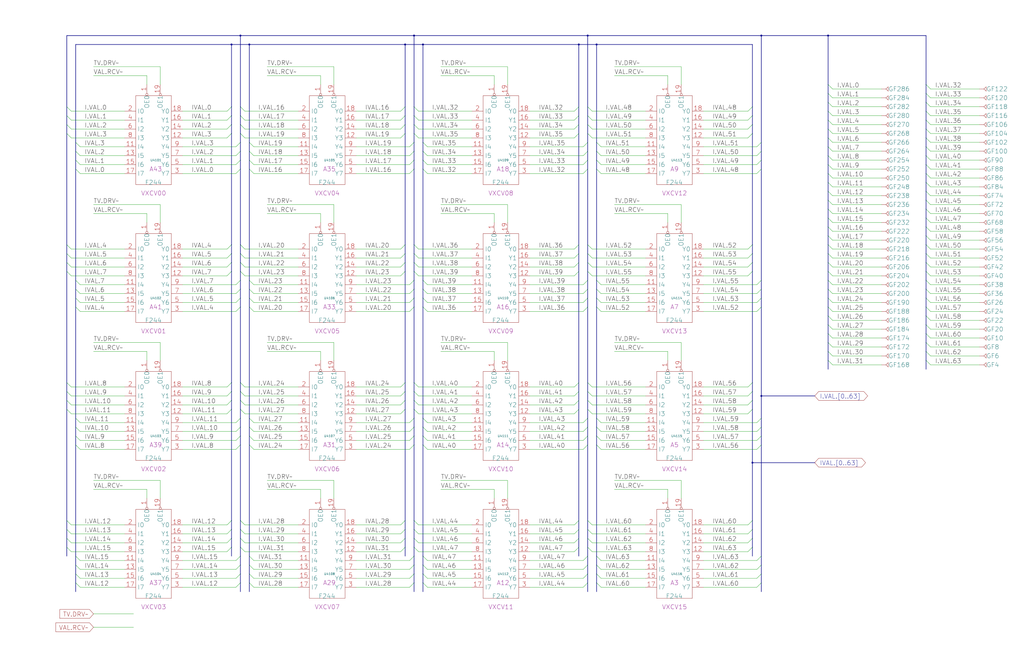
<source format=kicad_sch>
(kicad_sch (version 20250114) (generator "eeschema") (generator_version "9.0")
  (paper "User" 584.2 378.46)
  (title_block (title "BUS TRANCEIVERS\\nVALUE BUS") (date "22-SEP-90") (rev "2.0") (comment 1 "IOC") (comment 2 "232-003061") (comment 3 "S400") (comment 4 "RELEASED"))
  (junction (at 241.3 25.4))
  (junction (at 330.2 25.4))
  (junction (at 142.24 25.4))
  (junction (at 340.36 25.4))
  (junction (at 429.26 264.16))
  (junction (at 434.34 226.06))
  (junction (at 231.14 25.4))
  (junction (at 434.34 20.32))
  (junction (at 335.28 20.32))
  (junction (at 132.08 25.4))
  (junction (at 137.16 20.32))
  (junction (at 236.22 20.32))
  (junction (at 472.44 20.32))
  (bus_entry (at 330.2 302.26) (size -2.54 2.54))
  (bus_entry (at 142.24 322.58) (size 2.54 2.54))
  (bus_entry (at 236.22 233.68) (size 2.54 2.54))
  (bus_entry (at 137.16 139.7) (size 2.54 2.54))
  (bus_entry (at 434.34 86.36) (size -2.54 2.54))
  (bus_entry (at 528.32 83.82) (size 2.54 2.54))
  (bus_entry (at 340.36 248.92) (size 2.54 2.54))
  (bus_entry (at 335.28 139.7) (size 2.54 2.54))
  (bus_entry (at 429.26 60.96) (size -2.54 2.54))
  (bus_entry (at 528.32 160.02) (size 2.54 2.54))
  (bus_entry (at 330.2 312.42) (size -2.54 2.54))
  (bus_entry (at 434.34 96.52) (size -2.54 2.54))
  (bus_entry (at 335.28 81.28) (size -2.54 2.54))
  (bus_entry (at 335.28 66.04) (size 2.54 2.54))
  (bus_entry (at 132.08 71.12) (size -2.54 2.54))
  (bus_entry (at 429.26 297.18) (size -2.54 2.54))
  (bus_entry (at 142.24 175.26) (size 2.54 2.54))
  (bus_entry (at 528.32 154.94) (size 2.54 2.54))
  (bus_entry (at 132.08 144.78) (size -2.54 2.54))
  (bus_entry (at 241.3 327.66) (size 2.54 2.54))
  (bus_entry (at 231.14 223.52) (size -2.54 2.54))
  (bus_entry (at 241.3 254) (size 2.54 2.54))
  (bus_entry (at 528.32 63.5) (size 2.54 2.54))
  (bus_entry (at 335.28 223.52) (size 2.54 2.54))
  (bus_entry (at 528.32 190.5) (size 2.54 2.54))
  (bus_entry (at 472.44 83.82) (size 2.54 2.54))
  (bus_entry (at 330.2 60.96) (size -2.54 2.54))
  (bus_entry (at 330.2 218.44) (size -2.54 2.54))
  (bus_entry (at 137.16 223.52) (size 2.54 2.54))
  (bus_entry (at 142.24 81.28) (size 2.54 2.54))
  (bus_entry (at 137.16 154.94) (size 2.54 2.54))
  (bus_entry (at 472.44 78.74) (size 2.54 2.54))
  (bus_entry (at 335.28 160.02) (size -2.54 2.54))
  (bus_entry (at 236.22 243.84) (size -2.54 2.54))
  (bus_entry (at 231.14 218.44) (size -2.54 2.54))
  (bus_entry (at 340.36 96.52) (size 2.54 2.54))
  (bus_entry (at 434.34 165.1) (size -2.54 2.54))
  (bus_entry (at 137.16 322.58) (size -2.54 2.54))
  (bus_entry (at 142.24 91.44) (size 2.54 2.54))
  (bus_entry (at 43.18 238.76) (size 2.54 2.54))
  (bus_entry (at 528.32 195.58) (size 2.54 2.54))
  (bus_entry (at 340.36 165.1) (size 2.54 2.54))
  (bus_entry (at 335.28 248.92) (size -2.54 2.54))
  (bus_entry (at 472.44 190.5) (size 2.54 2.54))
  (bus_entry (at 335.28 170.18) (size -2.54 2.54))
  (bus_entry (at 132.08 66.04) (size -2.54 2.54))
  (bus_entry (at 330.2 144.78) (size -2.54 2.54))
  (bus_entry (at 528.32 134.62) (size 2.54 2.54))
  (bus_entry (at 43.18 317.5) (size 2.54 2.54))
  (bus_entry (at 38.1 228.6) (size 2.54 2.54))
  (bus_entry (at 472.44 200.66) (size 2.54 2.54))
  (bus_entry (at 434.34 248.92) (size -2.54 2.54))
  (bus_entry (at 429.26 144.78) (size -2.54 2.54))
  (bus_entry (at 472.44 160.02) (size 2.54 2.54))
  (bus_entry (at 330.2 139.7) (size -2.54 2.54))
  (bus_entry (at 335.28 86.36) (size -2.54 2.54))
  (bus_entry (at 330.2 228.6) (size -2.54 2.54))
  (bus_entry (at 38.1 233.68) (size 2.54 2.54))
  (bus_entry (at 137.16 60.96) (size 2.54 2.54))
  (bus_entry (at 335.28 302.26) (size 2.54 2.54))
  (bus_entry (at 335.28 312.42) (size 2.54 2.54))
  (bus_entry (at 137.16 312.42) (size 2.54 2.54))
  (bus_entry (at 330.2 223.52) (size -2.54 2.54))
  (bus_entry (at 528.32 165.1) (size 2.54 2.54))
  (bus_entry (at 472.44 73.66) (size 2.54 2.54))
  (bus_entry (at 236.22 317.5) (size -2.54 2.54))
  (bus_entry (at 335.28 297.18) (size 2.54 2.54))
  (bus_entry (at 236.22 327.66) (size -2.54 2.54))
  (bus_entry (at 429.26 218.44) (size -2.54 2.54))
  (bus_entry (at 231.14 144.78) (size -2.54 2.54))
  (bus_entry (at 236.22 60.96) (size 2.54 2.54))
  (bus_entry (at 38.1 149.86) (size 2.54 2.54))
  (bus_entry (at 43.18 160.02) (size 2.54 2.54))
  (bus_entry (at 142.24 254) (size 2.54 2.54))
  (bus_entry (at 335.28 76.2) (size 2.54 2.54))
  (bus_entry (at 43.18 332.74) (size 2.54 2.54))
  (bus_entry (at 137.16 254) (size -2.54 2.54))
  (bus_entry (at 472.44 99.06) (size 2.54 2.54))
  (bus_entry (at 142.24 86.36) (size 2.54 2.54))
  (bus_entry (at 429.26 71.12) (size -2.54 2.54))
  (bus_entry (at 236.22 81.28) (size -2.54 2.54))
  (bus_entry (at 528.32 93.98) (size 2.54 2.54))
  (bus_entry (at 231.14 154.94) (size -2.54 2.54))
  (bus_entry (at 472.44 139.7) (size 2.54 2.54))
  (bus_entry (at 340.36 243.84) (size 2.54 2.54))
  (bus_entry (at 241.3 317.5) (size 2.54 2.54))
  (bus_entry (at 137.16 91.44) (size -2.54 2.54))
  (bus_entry (at 434.34 317.5) (size -2.54 2.54))
  (bus_entry (at 241.3 165.1) (size 2.54 2.54))
  (bus_entry (at 236.22 139.7) (size 2.54 2.54))
  (bus_entry (at 335.28 91.44) (size -2.54 2.54))
  (bus_entry (at 142.24 327.66) (size 2.54 2.54))
  (bus_entry (at 236.22 165.1) (size -2.54 2.54))
  (bus_entry (at 43.18 91.44) (size 2.54 2.54))
  (bus_entry (at 472.44 154.94) (size 2.54 2.54))
  (bus_entry (at 137.16 76.2) (size 2.54 2.54))
  (bus_entry (at 472.44 180.34) (size 2.54 2.54))
  (bus_entry (at 528.32 78.74) (size 2.54 2.54))
  (bus_entry (at 241.3 332.74) (size 2.54 2.54))
  (bus_entry (at 241.3 160.02) (size 2.54 2.54))
  (bus_entry (at 340.36 332.74) (size 2.54 2.54))
  (bus_entry (at 472.44 68.58) (size 2.54 2.54))
  (bus_entry (at 335.28 60.96) (size 2.54 2.54))
  (bus_entry (at 236.22 307.34) (size 2.54 2.54))
  (bus_entry (at 236.22 312.42) (size 2.54 2.54))
  (bus_entry (at 137.16 243.84) (size -2.54 2.54))
  (bus_entry (at 335.28 71.12) (size 2.54 2.54))
  (bus_entry (at 330.2 233.68) (size -2.54 2.54))
  (bus_entry (at 528.32 149.86) (size 2.54 2.54))
  (bus_entry (at 236.22 66.04) (size 2.54 2.54))
  (bus_entry (at 137.16 218.44) (size 2.54 2.54))
  (bus_entry (at 137.16 165.1) (size -2.54 2.54))
  (bus_entry (at 429.26 312.42) (size -2.54 2.54))
  (bus_entry (at 43.18 322.58) (size 2.54 2.54))
  (bus_entry (at 335.28 165.1) (size -2.54 2.54))
  (bus_entry (at 528.32 205.74) (size 2.54 2.54))
  (bus_entry (at 38.1 144.78) (size 2.54 2.54))
  (bus_entry (at 528.32 88.9) (size 2.54 2.54))
  (bus_entry (at 142.24 96.52) (size 2.54 2.54))
  (bus_entry (at 43.18 327.66) (size 2.54 2.54))
  (bus_entry (at 132.08 154.94) (size -2.54 2.54))
  (bus_entry (at 241.3 175.26) (size 2.54 2.54))
  (bus_entry (at 236.22 248.92) (size -2.54 2.54))
  (bus_entry (at 330.2 149.86) (size -2.54 2.54))
  (bus_entry (at 142.24 170.18) (size 2.54 2.54))
  (bus_entry (at 236.22 297.18) (size 2.54 2.54))
  (bus_entry (at 132.08 302.26) (size -2.54 2.54))
  (bus_entry (at 231.14 307.34) (size -2.54 2.54))
  (bus_entry (at 38.1 66.04) (size 2.54 2.54))
  (bus_entry (at 335.28 144.78) (size 2.54 2.54))
  (bus_entry (at 43.18 175.26) (size 2.54 2.54))
  (bus_entry (at 236.22 154.94) (size 2.54 2.54))
  (bus_entry (at 137.16 71.12) (size 2.54 2.54))
  (bus_entry (at 472.44 93.98) (size 2.54 2.54))
  (bus_entry (at 528.32 58.42) (size 2.54 2.54))
  (bus_entry (at 472.44 149.86) (size 2.54 2.54))
  (bus_entry (at 472.44 144.78) (size 2.54 2.54))
  (bus_entry (at 330.2 71.12) (size -2.54 2.54))
  (bus_entry (at 137.16 175.26) (size -2.54 2.54))
  (bus_entry (at 340.36 160.02) (size 2.54 2.54))
  (bus_entry (at 137.16 228.6) (size 2.54 2.54))
  (bus_entry (at 330.2 307.34) (size -2.54 2.54))
  (bus_entry (at 236.22 160.02) (size -2.54 2.54))
  (bus_entry (at 335.28 96.52) (size -2.54 2.54))
  (bus_entry (at 132.08 228.6) (size -2.54 2.54))
  (bus_entry (at 429.26 307.34) (size -2.54 2.54))
  (bus_entry (at 137.16 66.04) (size 2.54 2.54))
  (bus_entry (at 236.22 228.6) (size 2.54 2.54))
  (bus_entry (at 43.18 96.52) (size 2.54 2.54))
  (bus_entry (at 231.14 139.7) (size -2.54 2.54))
  (bus_entry (at 241.3 91.44) (size 2.54 2.54))
  (bus_entry (at 137.16 233.68) (size 2.54 2.54))
  (bus_entry (at 335.28 233.68) (size 2.54 2.54))
  (bus_entry (at 38.1 307.34) (size 2.54 2.54))
  (bus_entry (at 528.32 124.46) (size 2.54 2.54))
  (bus_entry (at 132.08 223.52) (size -2.54 2.54))
  (bus_entry (at 142.24 160.02) (size 2.54 2.54))
  (bus_entry (at 472.44 124.46) (size 2.54 2.54))
  (bus_entry (at 335.28 228.6) (size 2.54 2.54))
  (bus_entry (at 429.26 302.26) (size -2.54 2.54))
  (bus_entry (at 137.16 327.66) (size -2.54 2.54))
  (bus_entry (at 132.08 76.2) (size -2.54 2.54))
  (bus_entry (at 142.24 243.84) (size 2.54 2.54))
  (bus_entry (at 236.22 96.52) (size -2.54 2.54))
  (bus_entry (at 528.32 104.14) (size 2.54 2.54))
  (bus_entry (at 472.44 88.9) (size 2.54 2.54))
  (bus_entry (at 434.34 91.44) (size -2.54 2.54))
  (bus_entry (at 137.16 170.18) (size -2.54 2.54))
  (bus_entry (at 472.44 114.3) (size 2.54 2.54))
  (bus_entry (at 132.08 312.42) (size -2.54 2.54))
  (bus_entry (at 528.32 185.42) (size 2.54 2.54))
  (bus_entry (at 528.32 200.66) (size 2.54 2.54))
  (bus_entry (at 43.18 86.36) (size 2.54 2.54))
  (bus_entry (at 236.22 322.58) (size -2.54 2.54))
  (bus_entry (at 335.28 317.5) (size -2.54 2.54))
  (bus_entry (at 38.1 154.94) (size 2.54 2.54))
  (bus_entry (at 330.2 297.18) (size -2.54 2.54))
  (bus_entry (at 472.44 119.38) (size 2.54 2.54))
  (bus_entry (at 38.1 139.7) (size 2.54 2.54))
  (bus_entry (at 236.22 91.44) (size -2.54 2.54))
  (bus_entry (at 137.16 302.26) (size 2.54 2.54))
  (bus_entry (at 340.36 170.18) (size 2.54 2.54))
  (bus_entry (at 528.32 119.38) (size 2.54 2.54))
  (bus_entry (at 528.32 144.78) (size 2.54 2.54))
  (bus_entry (at 38.1 297.18) (size 2.54 2.54))
  (bus_entry (at 429.26 228.6) (size -2.54 2.54))
  (bus_entry (at 340.36 322.58) (size 2.54 2.54))
  (bus_entry (at 472.44 185.42) (size 2.54 2.54))
  (bus_entry (at 231.14 233.68) (size -2.54 2.54))
  (bus_entry (at 340.36 81.28) (size 2.54 2.54))
  (bus_entry (at 241.3 238.76) (size 2.54 2.54))
  (bus_entry (at 330.2 76.2) (size -2.54 2.54))
  (bus_entry (at 335.28 327.66) (size -2.54 2.54))
  (bus_entry (at 236.22 302.26) (size 2.54 2.54))
  (bus_entry (at 429.26 223.52) (size -2.54 2.54))
  (bus_entry (at 38.1 302.26) (size 2.54 2.54))
  (bus_entry (at 528.32 175.26) (size 2.54 2.54))
  (bus_entry (at 137.16 238.76) (size -2.54 2.54))
  (bus_entry (at 335.28 154.94) (size 2.54 2.54))
  (bus_entry (at 137.16 307.34) (size 2.54 2.54))
  (bus_entry (at 528.32 180.34) (size 2.54 2.54))
  (bus_entry (at 132.08 233.68) (size -2.54 2.54))
  (bus_entry (at 43.18 165.1) (size 2.54 2.54))
  (bus_entry (at 137.16 160.02) (size -2.54 2.54))
  (bus_entry (at 434.34 332.74) (size -2.54 2.54))
  (bus_entry (at 236.22 86.36) (size -2.54 2.54))
  (bus_entry (at 236.22 71.12) (size 2.54 2.54))
  (bus_entry (at 434.34 327.66) (size -2.54 2.54))
  (bus_entry (at 335.28 243.84) (size -2.54 2.54))
  (bus_entry (at 137.16 144.78) (size 2.54 2.54))
  (bus_entry (at 231.14 312.42) (size -2.54 2.54))
  (bus_entry (at 38.1 218.44) (size 2.54 2.54))
  (bus_entry (at 137.16 96.52) (size -2.54 2.54))
  (bus_entry (at 241.3 86.36) (size 2.54 2.54))
  (bus_entry (at 335.28 322.58) (size -2.54 2.54))
  (bus_entry (at 528.32 99.06) (size 2.54 2.54))
  (bus_entry (at 38.1 312.42) (size 2.54 2.54))
  (bus_entry (at 472.44 109.22) (size 2.54 2.54))
  (bus_entry (at 528.32 53.34) (size 2.54 2.54))
  (bus_entry (at 340.36 254) (size 2.54 2.54))
  (bus_entry (at 335.28 149.86) (size 2.54 2.54))
  (bus_entry (at 528.32 109.22) (size 2.54 2.54))
  (bus_entry (at 231.14 297.18) (size -2.54 2.54))
  (bus_entry (at 472.44 104.14) (size 2.54 2.54))
  (bus_entry (at 241.3 243.84) (size 2.54 2.54))
  (bus_entry (at 335.28 218.44) (size 2.54 2.54))
  (bus_entry (at 38.1 60.96) (size 2.54 2.54))
  (bus_entry (at 434.34 322.58) (size -2.54 2.54))
  (bus_entry (at 472.44 129.54) (size 2.54 2.54))
  (bus_entry (at 231.14 228.6) (size -2.54 2.54))
  (bus_entry (at 472.44 53.34) (size 2.54 2.54))
  (bus_entry (at 236.22 149.86) (size 2.54 2.54))
  (bus_entry (at 236.22 238.76) (size -2.54 2.54))
  (bus_entry (at 43.18 254) (size 2.54 2.54))
  (bus_entry (at 132.08 307.34) (size -2.54 2.54))
  (bus_entry (at 137.16 248.92) (size -2.54 2.54))
  (bus_entry (at 142.24 238.76) (size 2.54 2.54))
  (bus_entry (at 137.16 81.28) (size -2.54 2.54))
  (bus_entry (at 38.1 223.52) (size 2.54 2.54))
  (bus_entry (at 142.24 165.1) (size 2.54 2.54))
  (bus_entry (at 528.32 170.18) (size 2.54 2.54))
  (bus_entry (at 528.32 48.26) (size 2.54 2.54))
  (bus_entry (at 434.34 160.02) (size -2.54 2.54))
  (bus_entry (at 231.14 149.86) (size -2.54 2.54))
  (bus_entry (at 340.36 86.36) (size 2.54 2.54))
  (bus_entry (at 236.22 332.74) (size -2.54 2.54))
  (bus_entry (at 528.32 68.58) (size 2.54 2.54))
  (bus_entry (at 241.3 96.52) (size 2.54 2.54))
  (bus_entry (at 434.34 170.18) (size -2.54 2.54))
  (bus_entry (at 137.16 297.18) (size 2.54 2.54))
  (bus_entry (at 335.28 175.26) (size -2.54 2.54))
  (bus_entry (at 132.08 297.18) (size -2.54 2.54))
  (bus_entry (at 236.22 170.18) (size -2.54 2.54))
  (bus_entry (at 429.26 139.7) (size -2.54 2.54))
  (bus_entry (at 340.36 317.5) (size 2.54 2.54))
  (bus_entry (at 429.26 149.86) (size -2.54 2.54))
  (bus_entry (at 132.08 139.7) (size -2.54 2.54))
  (bus_entry (at 38.1 71.12) (size 2.54 2.54))
  (bus_entry (at 434.34 81.28) (size -2.54 2.54))
  (bus_entry (at 335.28 238.76) (size -2.54 2.54))
  (bus_entry (at 429.26 66.04) (size -2.54 2.54))
  (bus_entry (at 43.18 243.84) (size 2.54 2.54))
  (bus_entry (at 132.08 218.44) (size -2.54 2.54))
  (bus_entry (at 142.24 317.5) (size 2.54 2.54))
  (bus_entry (at 340.36 327.66) (size 2.54 2.54))
  (bus_entry (at 38.1 76.2) (size 2.54 2.54))
  (bus_entry (at 335.28 332.74) (size -2.54 2.54))
  (bus_entry (at 236.22 175.26) (size -2.54 2.54))
  (bus_entry (at 528.32 129.54) (size 2.54 2.54))
  (bus_entry (at 241.3 170.18) (size 2.54 2.54))
  (bus_entry (at 236.22 223.52) (size 2.54 2.54))
  (bus_entry (at 528.32 73.66) (size 2.54 2.54))
  (bus_entry (at 472.44 205.74) (size 2.54 2.54))
  (bus_entry (at 472.44 63.5) (size 2.54 2.54))
  (bus_entry (at 132.08 60.96) (size -2.54 2.54))
  (bus_entry (at 43.18 248.92) (size 2.54 2.54))
  (bus_entry (at 472.44 170.18) (size 2.54 2.54))
  (bus_entry (at 236.22 76.2) (size 2.54 2.54))
  (bus_entry (at 241.3 81.28) (size 2.54 2.54))
  (bus_entry (at 43.18 81.28) (size 2.54 2.54))
  (bus_entry (at 231.14 71.12) (size -2.54 2.54))
  (bus_entry (at 340.36 238.76) (size 2.54 2.54))
  (bus_entry (at 236.22 254) (size -2.54 2.54))
  (bus_entry (at 142.24 248.92) (size 2.54 2.54))
  (bus_entry (at 335.28 307.34) (size 2.54 2.54))
  (bus_entry (at 241.3 322.58) (size 2.54 2.54))
  (bus_entry (at 472.44 48.26) (size 2.54 2.54))
  (bus_entry (at 472.44 134.62) (size 2.54 2.54))
  (bus_entry (at 236.22 144.78) (size 2.54 2.54))
  (bus_entry (at 472.44 165.1) (size 2.54 2.54))
  (bus_entry (at 43.18 170.18) (size 2.54 2.54))
  (bus_entry (at 472.44 58.42) (size 2.54 2.54))
  (bus_entry (at 137.16 149.86) (size 2.54 2.54))
  (bus_entry (at 142.24 332.74) (size 2.54 2.54))
  (bus_entry (at 330.2 154.94) (size -2.54 2.54))
  (bus_entry (at 137.16 317.5) (size -2.54 2.54))
  (bus_entry (at 231.14 66.04) (size -2.54 2.54))
  (bus_entry (at 528.32 114.3) (size 2.54 2.54))
  (bus_entry (at 434.34 254) (size -2.54 2.54))
  (bus_entry (at 340.36 175.26) (size 2.54 2.54))
  (bus_entry (at 429.26 233.68) (size -2.54 2.54))
  (bus_entry (at 429.26 154.94) (size -2.54 2.54))
  (bus_entry (at 231.14 76.2) (size -2.54 2.54))
  (bus_entry (at 241.3 248.92) (size 2.54 2.54))
  (bus_entry (at 434.34 175.26) (size -2.54 2.54))
  (bus_entry (at 434.34 238.76) (size -2.54 2.54))
  (bus_entry (at 137.16 332.74) (size -2.54 2.54))
  (bus_entry (at 330.2 66.04) (size -2.54 2.54))
  (bus_entry (at 137.16 86.36) (size -2.54 2.54))
  (bus_entry (at 231.14 60.96) (size -2.54 2.54))
  (bus_entry (at 335.28 254) (size -2.54 2.54))
  (bus_entry (at 340.36 91.44) (size 2.54 2.54))
  (bus_entry (at 434.34 243.84) (size -2.54 2.54))
  (bus_entry (at 528.32 139.7) (size 2.54 2.54))
  (bus_entry (at 472.44 195.58) (size 2.54 2.54))
  (bus_entry (at 236.22 218.44) (size 2.54 2.54))
  (bus_entry (at 429.26 76.2) (size -2.54 2.54))
  (bus_entry (at 132.08 149.86) (size -2.54 2.54))
  (bus_entry (at 231.14 302.26) (size -2.54 2.54))
  (bus_entry (at 472.44 175.26) (size 2.54 2.54))
  (wire (pts (xy 45.72 335.28) (xy 71.12 335.28)))
  (bus (pts (xy 132.08 25.4) (xy 132.08 60.96)))
  (bus (pts (xy 335.28 312.42) (xy 335.28 317.5)))
  (bus (pts (xy 340.36 243.84) (xy 340.36 248.92)))
  (wire (pts (xy 381 205.74) (xy 381 200.66)))
  (wire (pts (xy 289.56 48.26) (xy 289.56 38.1)))
  (bus (pts (xy 330.2 149.86) (xy 330.2 154.94)))
  (wire (pts (xy 474.98 111.76) (xy 502.92 111.76)))
  (wire (pts (xy 302.26 88.9) (xy 332.74 88.9)))
  (bus (pts (xy 472.44 68.58) (xy 472.44 73.66)))
  (bus (pts (xy 528.32 48.26) (xy 528.32 53.34)))
  (bus (pts (xy 43.18 322.58) (xy 43.18 327.66)))
  (wire (pts (xy 401.32 325.12) (xy 431.8 325.12)))
  (wire (pts (xy 401.32 63.5) (xy 426.72 63.5)))
  (wire (pts (xy 381 127) (xy 381 121.92)))
  (bus (pts (xy 142.24 254) (xy 142.24 317.5)))
  (bus (pts (xy 236.22 322.58) (xy 236.22 327.66)))
  (bus (pts (xy 142.24 96.52) (xy 142.24 160.02)))
  (bus (pts (xy 330.2 76.2) (xy 330.2 139.7)))
  (bus (pts (xy 142.24 91.44) (xy 142.24 96.52)))
  (bus (pts (xy 335.28 218.44) (xy 335.28 223.52)))
  (bus (pts (xy 429.26 264.16) (xy 464.82 264.16)))
  (wire (pts (xy 190.5 48.26) (xy 190.5 38.1)))
  (bus (pts (xy 340.36 96.52) (xy 340.36 160.02)))
  (wire (pts (xy 401.32 314.96) (xy 426.72 314.96)))
  (bus (pts (xy 132.08 25.4) (xy 142.24 25.4)))
  (wire (pts (xy 144.78 325.12) (xy 170.18 325.12)))
  (wire (pts (xy 243.84 241.3) (xy 269.24 241.3)))
  (wire (pts (xy 45.72 83.82) (xy 71.12 83.82)))
  (bus (pts (xy 335.28 238.76) (xy 335.28 243.84)))
  (bus (pts (xy 43.18 175.26) (xy 43.18 238.76)))
  (bus (pts (xy 429.26 25.4) (xy 429.26 60.96)))
  (wire (pts (xy 530.86 147.32) (xy 558.8 147.32)))
  (wire (pts (xy 83.82 205.74) (xy 83.82 200.66)))
  (wire (pts (xy 350.52 121.92) (xy 381 121.92)))
  (bus (pts (xy 137.16 238.76) (xy 137.16 243.84)))
  (wire (pts (xy 342.9 83.82) (xy 368.3 83.82)))
  (bus (pts (xy 335.28 302.26) (xy 335.28 307.34)))
  (wire (pts (xy 203.2 99.06) (xy 233.68 99.06)))
  (bus (pts (xy 38.1 66.04) (xy 38.1 71.12)))
  (wire (pts (xy 302.26 157.48) (xy 327.66 157.48)))
  (bus (pts (xy 472.44 185.42) (xy 472.44 190.5)))
  (wire (pts (xy 45.72 325.12) (xy 71.12 325.12)))
  (wire (pts (xy 104.14 304.8) (xy 129.54 304.8)))
  (wire (pts (xy 139.7 157.48) (xy 170.18 157.48)))
  (wire (pts (xy 104.14 231.14) (xy 129.54 231.14)))
  (wire (pts (xy 401.32 335.28) (xy 431.8 335.28)))
  (bus (pts (xy 528.32 124.46) (xy 528.32 129.54)))
  (wire (pts (xy 530.86 127) (xy 558.8 127)))
  (wire (pts (xy 474.98 187.96) (xy 502.92 187.96)))
  (bus (pts (xy 429.26 223.52) (xy 429.26 228.6)))
  (bus (pts (xy 472.44 154.94) (xy 472.44 160.02)))
  (bus (pts (xy 472.44 190.5) (xy 472.44 195.58)))
  (wire (pts (xy 45.72 93.98) (xy 71.12 93.98)))
  (bus (pts (xy 335.28 71.12) (xy 335.28 76.2)))
  (wire (pts (xy 302.26 162.56) (xy 332.74 162.56)))
  (wire (pts (xy 243.84 167.64) (xy 269.24 167.64)))
  (bus (pts (xy 241.3 332.74) (xy 241.3 337.82)))
  (bus (pts (xy 38.1 307.34) (xy 38.1 312.42)))
  (wire (pts (xy 302.26 304.8) (xy 327.66 304.8)))
  (wire (pts (xy 53.34 350.52) (xy 76.2 350.52)))
  (bus (pts (xy 142.24 25.4) (xy 142.24 81.28)))
  (bus (pts (xy 38.1 302.26) (xy 38.1 307.34)))
  (bus (pts (xy 528.32 165.1) (xy 528.32 170.18)))
  (wire (pts (xy 104.14 325.12) (xy 134.62 325.12)))
  (bus (pts (xy 43.18 160.02) (xy 43.18 165.1)))
  (wire (pts (xy 342.9 325.12) (xy 368.3 325.12)))
  (bus (pts (xy 429.26 71.12) (xy 429.26 76.2)))
  (bus (pts (xy 142.24 170.18) (xy 142.24 175.26)))
  (wire (pts (xy 203.2 147.32) (xy 228.6 147.32)))
  (wire (pts (xy 238.76 226.06) (xy 269.24 226.06)))
  (wire (pts (xy 40.64 157.48) (xy 71.12 157.48)))
  (wire (pts (xy 104.14 309.88) (xy 129.54 309.88)))
  (bus (pts (xy 340.36 81.28) (xy 340.36 86.36)))
  (bus (pts (xy 528.32 119.38) (xy 528.32 124.46)))
  (wire (pts (xy 40.64 68.58) (xy 71.12 68.58)))
  (bus (pts (xy 335.28 96.52) (xy 335.28 139.7)))
  (bus (pts (xy 132.08 307.34) (xy 132.08 312.42)))
  (bus (pts (xy 43.18 165.1) (xy 43.18 170.18)))
  (wire (pts (xy 302.26 320.04) (xy 332.74 320.04)))
  (wire (pts (xy 104.14 162.56) (xy 134.62 162.56)))
  (bus (pts (xy 434.34 327.66) (xy 434.34 332.74)))
  (wire (pts (xy 474.98 116.84) (xy 502.92 116.84)))
  (bus (pts (xy 528.32 129.54) (xy 528.32 134.62)))
  (wire (pts (xy 289.56 205.74) (xy 289.56 195.58)))
  (wire (pts (xy 203.2 231.14) (xy 228.6 231.14)))
  (wire (pts (xy 190.5 284.48) (xy 190.5 274.32)))
  (wire (pts (xy 337.82 226.06) (xy 368.3 226.06)))
  (bus (pts (xy 434.34 20.32) (xy 434.34 81.28)))
  (wire (pts (xy 238.76 299.72) (xy 269.24 299.72)))
  (wire (pts (xy 104.14 226.06) (xy 129.54 226.06)))
  (wire (pts (xy 302.26 330.2) (xy 332.74 330.2)))
  (wire (pts (xy 152.4 43.18) (xy 182.88 43.18)))
  (bus (pts (xy 236.22 86.36) (xy 236.22 91.44)))
  (bus (pts (xy 335.28 243.84) (xy 335.28 248.92)))
  (wire (pts (xy 45.72 99.06) (xy 71.12 99.06)))
  (wire (pts (xy 40.64 142.24) (xy 71.12 142.24)))
  (wire (pts (xy 104.14 68.58) (xy 129.54 68.58)))
  (bus (pts (xy 434.34 254) (xy 434.34 317.5)))
  (bus (pts (xy 340.36 165.1) (xy 340.36 170.18)))
  (wire (pts (xy 203.2 152.4) (xy 228.6 152.4)))
  (wire (pts (xy 530.86 172.72) (xy 558.8 172.72)))
  (wire (pts (xy 40.64 220.98) (xy 71.12 220.98)))
  (wire (pts (xy 337.82 304.8) (xy 368.3 304.8)))
  (wire (pts (xy 45.72 172.72) (xy 71.12 172.72)))
  (wire (pts (xy 40.64 152.4) (xy 71.12 152.4)))
  (wire (pts (xy 474.98 137.16) (xy 502.92 137.16)))
  (wire (pts (xy 302.26 299.72) (xy 327.66 299.72)))
  (wire (pts (xy 203.2 142.24) (xy 228.6 142.24)))
  (wire (pts (xy 104.14 147.32) (xy 129.54 147.32)))
  (wire (pts (xy 401.32 241.3) (xy 431.8 241.3)))
  (bus (pts (xy 335.28 317.5) (xy 335.28 322.58)))
  (bus (pts (xy 231.14 233.68) (xy 231.14 297.18)))
  (wire (pts (xy 401.32 142.24) (xy 426.72 142.24)))
  (wire (pts (xy 53.34 43.18) (xy 83.82 43.18)))
  (bus (pts (xy 528.32 205.74) (xy 528.32 210.82)))
  (bus (pts (xy 231.14 60.96) (xy 231.14 66.04)))
  (bus (pts (xy 236.22 297.18) (xy 236.22 302.26)))
  (wire (pts (xy 40.64 309.88) (xy 71.12 309.88)))
  (bus (pts (xy 330.2 218.44) (xy 330.2 223.52)))
  (wire (pts (xy 302.26 226.06) (xy 327.66 226.06)))
  (bus (pts (xy 137.16 218.44) (xy 137.16 223.52)))
  (bus (pts (xy 528.32 99.06) (xy 528.32 104.14)))
  (bus (pts (xy 236.22 20.32) (xy 236.22 60.96)))
  (bus (pts (xy 236.22 312.42) (xy 236.22 317.5)))
  (bus (pts (xy 434.34 238.76) (xy 434.34 243.84)))
  (bus (pts (xy 236.22 317.5) (xy 236.22 322.58)))
  (bus (pts (xy 132.08 66.04) (xy 132.08 71.12)))
  (wire (pts (xy 302.26 167.64) (xy 332.74 167.64)))
  (bus (pts (xy 231.14 223.52) (xy 231.14 228.6)))
  (wire (pts (xy 401.32 256.54) (xy 431.8 256.54)))
  (wire (pts (xy 203.2 256.54) (xy 233.68 256.54)))
  (wire (pts (xy 238.76 73.66) (xy 269.24 73.66)))
  (bus (pts (xy 137.16 86.36) (xy 137.16 91.44)))
  (wire (pts (xy 530.86 187.96) (xy 558.8 187.96)))
  (bus (pts (xy 340.36 238.76) (xy 340.36 243.84)))
  (bus (pts (xy 472.44 175.26) (xy 472.44 180.34)))
  (wire (pts (xy 238.76 78.74) (xy 269.24 78.74)))
  (wire (pts (xy 53.34 279.4) (xy 83.82 279.4)))
  (wire (pts (xy 302.26 335.28) (xy 332.74 335.28)))
  (bus (pts (xy 137.16 160.02) (xy 137.16 165.1)))
  (wire (pts (xy 530.86 111.76) (xy 558.8 111.76)))
  (bus (pts (xy 528.32 149.86) (xy 528.32 154.94)))
  (bus (pts (xy 330.2 228.6) (xy 330.2 233.68)))
  (wire (pts (xy 337.82 220.98) (xy 368.3 220.98)))
  (bus (pts (xy 38.1 60.96) (xy 38.1 66.04)))
  (wire (pts (xy 53.34 121.92) (xy 83.82 121.92)))
  (bus (pts (xy 231.14 228.6) (xy 231.14 233.68)))
  (wire (pts (xy 350.52 279.4) (xy 381 279.4)))
  (wire (pts (xy 91.44 284.48) (xy 91.44 274.32)))
  (wire (pts (xy 530.86 182.88) (xy 558.8 182.88)))
  (wire (pts (xy 203.2 63.5) (xy 228.6 63.5)))
  (wire (pts (xy 350.52 274.32) (xy 388.62 274.32)))
  (wire (pts (xy 91.44 205.74) (xy 91.44 195.58)))
  (wire (pts (xy 302.26 152.4) (xy 327.66 152.4)))
  (bus (pts (xy 340.36 332.74) (xy 340.36 337.82)))
  (wire (pts (xy 401.32 162.56) (xy 431.8 162.56)))
  (wire (pts (xy 203.2 68.58) (xy 228.6 68.58)))
  (wire (pts (xy 104.14 251.46) (xy 134.62 251.46)))
  (wire (pts (xy 530.86 162.56) (xy 558.8 162.56)))
  (bus (pts (xy 528.32 190.5) (xy 528.32 195.58)))
  (wire (pts (xy 45.72 330.2) (xy 71.12 330.2)))
  (bus (pts (xy 241.3 317.5) (xy 241.3 322.58)))
  (wire (pts (xy 401.32 299.72) (xy 426.72 299.72)))
  (wire (pts (xy 342.9 241.3) (xy 368.3 241.3)))
  (wire (pts (xy 401.32 78.74) (xy 426.72 78.74)))
  (wire (pts (xy 401.32 73.66) (xy 426.72 73.66)))
  (wire (pts (xy 104.14 330.2) (xy 134.62 330.2)))
  (bus (pts (xy 429.26 312.42) (xy 429.26 317.5)))
  (bus (pts (xy 472.44 20.32) (xy 472.44 48.26)))
  (wire (pts (xy 243.84 93.98) (xy 269.24 93.98)))
  (wire (pts (xy 474.98 198.12) (xy 502.92 198.12)))
  (wire (pts (xy 342.9 99.06) (xy 368.3 99.06)))
  (wire (pts (xy 401.32 93.98) (xy 431.8 93.98)))
  (wire (pts (xy 243.84 172.72) (xy 269.24 172.72)))
  (bus (pts (xy 434.34 248.92) (xy 434.34 254)))
  (wire (pts (xy 474.98 142.24) (xy 502.92 142.24)))
  (bus (pts (xy 472.44 139.7) (xy 472.44 144.78)))
  (wire (pts (xy 139.7 226.06) (xy 170.18 226.06)))
  (wire (pts (xy 401.32 330.2) (xy 431.8 330.2)))
  (bus (pts (xy 472.44 104.14) (xy 472.44 109.22)))
  (wire (pts (xy 139.7 299.72) (xy 170.18 299.72)))
  (wire (pts (xy 203.2 83.82) (xy 233.68 83.82)))
  (bus (pts (xy 429.26 139.7) (xy 429.26 144.78)))
  (bus (pts (xy 236.22 175.26) (xy 236.22 218.44)))
  (wire (pts (xy 53.34 195.58) (xy 91.44 195.58)))
  (bus (pts (xy 429.26 66.04) (xy 429.26 71.12)))
  (bus (pts (xy 231.14 25.4) (xy 231.14 60.96)))
  (bus (pts (xy 236.22 81.28) (xy 236.22 86.36)))
  (wire (pts (xy 243.84 99.06) (xy 269.24 99.06)))
  (wire (pts (xy 152.4 195.58) (xy 190.5 195.58)))
  (wire (pts (xy 243.84 330.2) (xy 269.24 330.2)))
  (bus (pts (xy 528.32 195.58) (xy 528.32 200.66)))
  (bus (pts (xy 132.08 144.78) (xy 132.08 149.86)))
  (bus (pts (xy 38.1 20.32) (xy 137.16 20.32)))
  (bus (pts (xy 472.44 195.58) (xy 472.44 200.66)))
  (bus (pts (xy 434.34 160.02) (xy 434.34 165.1)))
  (bus (pts (xy 472.44 63.5) (xy 472.44 68.58)))
  (bus (pts (xy 241.3 25.4) (xy 241.3 81.28)))
  (bus (pts (xy 137.16 71.12) (xy 137.16 76.2)))
  (bus (pts (xy 38.1 149.86) (xy 38.1 154.94)))
  (bus (pts (xy 137.16 91.44) (xy 137.16 96.52)))
  (wire (pts (xy 474.98 177.8) (xy 502.92 177.8)))
  (wire (pts (xy 45.72 256.54) (xy 71.12 256.54)))
  (bus (pts (xy 236.22 228.6) (xy 236.22 233.68)))
  (wire (pts (xy 350.52 116.84) (xy 388.62 116.84)))
  (wire (pts (xy 40.64 63.5) (xy 71.12 63.5)))
  (bus (pts (xy 340.36 25.4) (xy 340.36 81.28)))
  (wire (pts (xy 342.9 330.2) (xy 368.3 330.2)))
  (wire (pts (xy 104.14 83.82) (xy 134.62 83.82)))
  (wire (pts (xy 152.4 279.4) (xy 182.88 279.4)))
  (wire (pts (xy 203.2 167.64) (xy 233.68 167.64)))
  (wire (pts (xy 474.98 167.64) (xy 502.92 167.64)))
  (bus (pts (xy 142.24 322.58) (xy 142.24 327.66)))
  (wire (pts (xy 40.64 314.96) (xy 71.12 314.96)))
  (bus (pts (xy 434.34 165.1) (xy 434.34 170.18)))
  (wire (pts (xy 337.82 314.96) (xy 368.3 314.96)))
  (wire (pts (xy 104.14 177.8) (xy 134.62 177.8)))
  (wire (pts (xy 474.98 152.4) (xy 502.92 152.4)))
  (bus (pts (xy 142.24 165.1) (xy 142.24 170.18)))
  (bus (pts (xy 241.3 322.58) (xy 241.3 327.66)))
  (wire (pts (xy 139.7 147.32) (xy 170.18 147.32)))
  (bus (pts (xy 38.1 218.44) (xy 38.1 223.52)))
  (wire (pts (xy 337.82 78.74) (xy 368.3 78.74)))
  (wire (pts (xy 182.88 127) (xy 182.88 121.92)))
  (bus (pts (xy 472.44 129.54) (xy 472.44 134.62)))
  (wire (pts (xy 401.32 304.8) (xy 426.72 304.8)))
  (wire (pts (xy 530.86 81.28) (xy 558.8 81.28)))
  (wire (pts (xy 104.14 256.54) (xy 134.62 256.54)))
  (wire (pts (xy 152.4 274.32) (xy 190.5 274.32)))
  (bus (pts (xy 231.14 312.42) (xy 231.14 317.5)))
  (wire (pts (xy 530.86 152.4) (xy 558.8 152.4)))
  (bus (pts (xy 335.28 223.52) (xy 335.28 228.6)))
  (bus (pts (xy 38.1 76.2) (xy 38.1 139.7)))
  (bus (pts (xy 43.18 25.4) (xy 132.08 25.4)))
  (bus (pts (xy 528.32 78.74) (xy 528.32 83.82)))
  (bus (pts (xy 241.3 243.84) (xy 241.3 248.92)))
  (bus (pts (xy 340.36 248.92) (xy 340.36 254)))
  (bus (pts (xy 137.16 165.1) (xy 137.16 170.18)))
  (bus (pts (xy 43.18 86.36) (xy 43.18 91.44)))
  (wire (pts (xy 190.5 127) (xy 190.5 116.84)))
  (wire (pts (xy 251.46 116.84) (xy 289.56 116.84)))
  (bus (pts (xy 241.3 170.18) (xy 241.3 175.26)))
  (wire (pts (xy 144.78 177.8) (xy 170.18 177.8)))
  (bus (pts (xy 472.44 109.22) (xy 472.44 114.3)))
  (wire (pts (xy 251.46 195.58) (xy 289.56 195.58)))
  (wire (pts (xy 302.26 83.82) (xy 332.74 83.82)))
  (bus (pts (xy 142.24 238.76) (xy 142.24 243.84)))
  (wire (pts (xy 302.26 63.5) (xy 327.66 63.5)))
  (wire (pts (xy 337.82 147.32) (xy 368.3 147.32)))
  (wire (pts (xy 152.4 116.84) (xy 190.5 116.84)))
  (bus (pts (xy 38.1 144.78) (xy 38.1 149.86)))
  (bus (pts (xy 472.44 53.34) (xy 472.44 58.42)))
  (wire (pts (xy 139.7 63.5) (xy 170.18 63.5)))
  (wire (pts (xy 45.72 88.9) (xy 71.12 88.9)))
  (bus (pts (xy 43.18 243.84) (xy 43.18 248.92)))
  (bus (pts (xy 236.22 144.78) (xy 236.22 149.86)))
  (bus (pts (xy 335.28 228.6) (xy 335.28 233.68)))
  (bus (pts (xy 236.22 96.52) (xy 236.22 139.7)))
  (bus (pts (xy 528.32 88.9) (xy 528.32 93.98)))
  (bus (pts (xy 137.16 175.26) (xy 137.16 218.44)))
  (bus (pts (xy 472.44 134.62) (xy 472.44 139.7)))
  (wire (pts (xy 530.86 137.16) (xy 558.8 137.16)))
  (wire (pts (xy 53.34 200.66) (xy 83.82 200.66)))
  (wire (pts (xy 337.82 68.58) (xy 368.3 68.58)))
  (bus (pts (xy 236.22 302.26) (xy 236.22 307.34)))
  (bus (pts (xy 340.36 254) (xy 340.36 317.5)))
  (wire (pts (xy 243.84 162.56) (xy 269.24 162.56)))
  (wire (pts (xy 251.46 274.32) (xy 289.56 274.32)))
  (bus (pts (xy 429.26 144.78) (xy 429.26 149.86)))
  (bus (pts (xy 38.1 312.42) (xy 38.1 317.5)))
  (wire (pts (xy 40.64 299.72) (xy 71.12 299.72)))
  (bus (pts (xy 330.2 302.26) (xy 330.2 307.34)))
  (wire (pts (xy 342.9 256.54) (xy 368.3 256.54)))
  (wire (pts (xy 45.72 241.3) (xy 71.12 241.3)))
  (wire (pts (xy 104.14 152.4) (xy 129.54 152.4)))
  (wire (pts (xy 203.2 309.88) (xy 228.6 309.88)))
  (bus (pts (xy 472.44 88.9) (xy 472.44 93.98)))
  (bus (pts (xy 241.3 81.28) (xy 241.3 86.36)))
  (bus (pts (xy 340.36 91.44) (xy 340.36 96.52)))
  (wire (pts (xy 350.52 200.66) (xy 381 200.66)))
  (bus (pts (xy 142.24 160.02) (xy 142.24 165.1)))
  (wire (pts (xy 302.26 251.46) (xy 332.74 251.46)))
  (wire (pts (xy 474.98 101.6) (xy 502.92 101.6)))
  (wire (pts (xy 91.44 127) (xy 91.44 116.84)))
  (wire (pts (xy 203.2 226.06) (xy 228.6 226.06)))
  (bus (pts (xy 330.2 25.4) (xy 340.36 25.4)))
  (wire (pts (xy 139.7 220.98) (xy 170.18 220.98)))
  (bus (pts (xy 142.24 86.36) (xy 142.24 91.44)))
  (bus (pts (xy 38.1 154.94) (xy 38.1 218.44)))
  (bus (pts (xy 340.36 170.18) (xy 340.36 175.26)))
  (wire (pts (xy 530.86 167.64) (xy 558.8 167.64)))
  (bus (pts (xy 132.08 71.12) (xy 132.08 76.2)))
  (wire (pts (xy 45.72 246.38) (xy 71.12 246.38)))
  (bus (pts (xy 137.16 60.96) (xy 137.16 66.04)))
  (wire (pts (xy 302.26 177.8) (xy 332.74 177.8)))
  (bus (pts (xy 236.22 248.92) (xy 236.22 254)))
  (wire (pts (xy 238.76 220.98) (xy 269.24 220.98)))
  (wire (pts (xy 401.32 226.06) (xy 426.72 226.06)))
  (bus (pts (xy 38.1 139.7) (xy 38.1 144.78)))
  (wire (pts (xy 203.2 320.04) (xy 233.68 320.04)))
  (wire (pts (xy 474.98 81.28) (xy 502.92 81.28)))
  (bus (pts (xy 137.16 322.58) (xy 137.16 327.66)))
  (wire (pts (xy 104.14 157.48) (xy 129.54 157.48)))
  (wire (pts (xy 238.76 314.96) (xy 269.24 314.96)))
  (wire (pts (xy 182.88 48.26) (xy 182.88 43.18)))
  (wire (pts (xy 302.26 73.66) (xy 327.66 73.66)))
  (bus (pts (xy 528.32 58.42) (xy 528.32 63.5)))
  (bus (pts (xy 528.32 114.3) (xy 528.32 119.38)))
  (bus (pts (xy 241.3 96.52) (xy 241.3 160.02)))
  (bus (pts (xy 236.22 327.66) (xy 236.22 332.74)))
  (bus (pts (xy 335.28 327.66) (xy 335.28 332.74)))
  (wire (pts (xy 144.78 251.46) (xy 170.18 251.46)))
  (wire (pts (xy 281.94 127) (xy 281.94 121.92)))
  (wire (pts (xy 474.98 66.04) (xy 502.92 66.04)))
  (bus (pts (xy 335.28 139.7) (xy 335.28 144.78)))
  (wire (pts (xy 182.88 205.74) (xy 182.88 200.66)))
  (bus (pts (xy 137.16 20.32) (xy 137.16 60.96)))
  (wire (pts (xy 144.78 172.72) (xy 170.18 172.72)))
  (wire (pts (xy 104.14 220.98) (xy 129.54 220.98)))
  (wire (pts (xy 144.78 167.64) (xy 170.18 167.64)))
  (wire (pts (xy 302.26 68.58) (xy 327.66 68.58)))
  (bus (pts (xy 137.16 332.74) (xy 137.16 337.82)))
  (bus (pts (xy 434.34 20.32) (xy 472.44 20.32)))
  (wire (pts (xy 289.56 284.48) (xy 289.56 274.32)))
  (bus (pts (xy 38.1 223.52) (xy 38.1 228.6)))
  (wire (pts (xy 474.98 106.68) (xy 502.92 106.68)))
  (wire (pts (xy 342.9 251.46) (xy 368.3 251.46)))
  (wire (pts (xy 474.98 127) (xy 502.92 127)))
  (bus (pts (xy 236.22 149.86) (xy 236.22 154.94)))
  (wire (pts (xy 337.82 236.22) (xy 368.3 236.22)))
  (bus (pts (xy 241.3 91.44) (xy 241.3 96.52)))
  (bus (pts (xy 137.16 76.2) (xy 137.16 81.28)))
  (bus (pts (xy 236.22 238.76) (xy 236.22 243.84)))
  (wire (pts (xy 342.9 167.64) (xy 368.3 167.64)))
  (bus (pts (xy 330.2 66.04) (xy 330.2 71.12)))
  (bus (pts (xy 340.36 160.02) (xy 340.36 165.1)))
  (wire (pts (xy 474.98 147.32) (xy 502.92 147.32)))
  (bus (pts (xy 335.28 20.32) (xy 434.34 20.32)))
  (wire (pts (xy 342.9 246.38) (xy 368.3 246.38)))
  (bus (pts (xy 236.22 233.68) (xy 236.22 238.76)))
  (wire (pts (xy 139.7 73.66) (xy 170.18 73.66)))
  (bus (pts (xy 132.08 218.44) (xy 132.08 223.52)))
  (wire (pts (xy 203.2 314.96) (xy 228.6 314.96)))
  (wire (pts (xy 530.86 91.44) (xy 558.8 91.44)))
  (bus (pts (xy 231.14 76.2) (xy 231.14 139.7)))
  (bus (pts (xy 330.2 139.7) (xy 330.2 144.78)))
  (wire (pts (xy 530.86 96.52) (xy 558.8 96.52)))
  (wire (pts (xy 251.46 279.4) (xy 281.94 279.4)))
  (wire (pts (xy 302.26 256.54) (xy 332.74 256.54)))
  (wire (pts (xy 144.78 83.82) (xy 170.18 83.82)))
  (wire (pts (xy 530.86 132.08) (xy 558.8 132.08)))
  (bus (pts (xy 528.32 185.42) (xy 528.32 190.5)))
  (wire (pts (xy 401.32 83.82) (xy 431.8 83.82)))
  (bus (pts (xy 434.34 91.44) (xy 434.34 96.52)))
  (bus (pts (xy 472.44 73.66) (xy 472.44 78.74)))
  (wire (pts (xy 251.46 200.66) (xy 281.94 200.66)))
  (wire (pts (xy 40.64 226.06) (xy 71.12 226.06)))
  (wire (pts (xy 238.76 157.48) (xy 269.24 157.48)))
  (wire (pts (xy 342.9 177.8) (xy 368.3 177.8)))
  (wire (pts (xy 104.14 93.98) (xy 134.62 93.98)))
  (bus (pts (xy 137.16 96.52) (xy 137.16 139.7)))
  (wire (pts (xy 350.52 38.1) (xy 388.62 38.1)))
  (wire (pts (xy 251.46 121.92) (xy 281.94 121.92)))
  (wire (pts (xy 302.26 99.06) (xy 332.74 99.06)))
  (bus (pts (xy 330.2 71.12) (xy 330.2 76.2)))
  (wire (pts (xy 337.82 231.14) (xy 368.3 231.14)))
  (wire (pts (xy 401.32 177.8) (xy 431.8 177.8)))
  (wire (pts (xy 53.34 38.1) (xy 91.44 38.1)))
  (wire (pts (xy 104.14 73.66) (xy 129.54 73.66)))
  (wire (pts (xy 302.26 172.72) (xy 332.74 172.72)))
  (wire (pts (xy 139.7 152.4) (xy 170.18 152.4)))
  (bus (pts (xy 335.28 20.32) (xy 335.28 60.96)))
  (bus (pts (xy 132.08 149.86) (xy 132.08 154.94)))
  (bus (pts (xy 429.26 149.86) (xy 429.26 154.94)))
  (wire (pts (xy 45.72 167.64) (xy 71.12 167.64)))
  (bus (pts (xy 231.14 71.12) (xy 231.14 76.2)))
  (wire (pts (xy 388.62 205.74) (xy 388.62 195.58)))
  (bus (pts (xy 340.36 322.58) (xy 340.36 327.66)))
  (wire (pts (xy 139.7 231.14) (xy 170.18 231.14)))
  (bus (pts (xy 132.08 60.96) (xy 132.08 66.04)))
  (wire (pts (xy 302.26 142.24) (xy 327.66 142.24)))
  (wire (pts (xy 144.78 256.54) (xy 170.18 256.54)))
  (bus (pts (xy 137.16 228.6) (xy 137.16 233.68)))
  (wire (pts (xy 530.86 50.8) (xy 558.8 50.8)))
  (wire (pts (xy 530.86 66.04) (xy 558.8 66.04)))
  (wire (pts (xy 474.98 203.2) (xy 502.92 203.2)))
  (bus (pts (xy 137.16 317.5) (xy 137.16 322.58)))
  (bus (pts (xy 231.14 25.4) (xy 241.3 25.4)))
  (wire (pts (xy 530.86 86.36) (xy 558.8 86.36)))
  (wire (pts (xy 401.32 172.72) (xy 431.8 172.72)))
  (bus (pts (xy 137.16 20.32) (xy 236.22 20.32)))
  (bus (pts (xy 528.32 109.22) (xy 528.32 114.3)))
  (wire (pts (xy 203.2 177.8) (xy 233.68 177.8)))
  (wire (pts (xy 302.26 231.14) (xy 327.66 231.14)))
  (bus (pts (xy 472.44 160.02) (xy 472.44 165.1)))
  (wire (pts (xy 302.26 78.74) (xy 327.66 78.74)))
  (bus (pts (xy 340.36 317.5) (xy 340.36 322.58)))
  (wire (pts (xy 40.64 231.14) (xy 71.12 231.14)))
  (wire (pts (xy 530.86 60.96) (xy 558.8 60.96)))
  (bus (pts (xy 528.32 144.78) (xy 528.32 149.86)))
  (wire (pts (xy 342.9 335.28) (xy 368.3 335.28)))
  (wire (pts (xy 104.14 172.72) (xy 134.62 172.72)))
  (wire (pts (xy 530.86 142.24) (xy 558.8 142.24)))
  (bus (pts (xy 472.44 165.1) (xy 472.44 170.18)))
  (bus (pts (xy 528.32 134.62) (xy 528.32 139.7)))
  (wire (pts (xy 203.2 220.98) (xy 228.6 220.98)))
  (wire (pts (xy 203.2 335.28) (xy 233.68 335.28)))
  (bus (pts (xy 330.2 307.34) (xy 330.2 312.42)))
  (bus (pts (xy 335.28 175.26) (xy 335.28 218.44)))
  (bus (pts (xy 43.18 317.5) (xy 43.18 322.58)))
  (wire (pts (xy 474.98 86.36) (xy 502.92 86.36)))
  (bus (pts (xy 335.28 160.02) (xy 335.28 165.1)))
  (bus (pts (xy 38.1 233.68) (xy 38.1 297.18)))
  (bus (pts (xy 236.22 91.44) (xy 236.22 96.52)))
  (bus (pts (xy 132.08 154.94) (xy 132.08 218.44)))
  (bus (pts (xy 236.22 332.74) (xy 236.22 337.82)))
  (wire (pts (xy 474.98 172.72) (xy 502.92 172.72)))
  (wire (pts (xy 243.84 83.82) (xy 269.24 83.82)))
  (bus (pts (xy 43.18 81.28) (xy 43.18 86.36)))
  (wire (pts (xy 203.2 241.3) (xy 233.68 241.3)))
  (bus (pts (xy 429.26 307.34) (xy 429.26 312.42)))
  (bus (pts (xy 236.22 243.84) (xy 236.22 248.92)))
  (bus (pts (xy 137.16 81.28) (xy 137.16 86.36)))
  (wire (pts (xy 104.14 299.72) (xy 129.54 299.72)))
  (bus (pts (xy 236.22 160.02) (xy 236.22 165.1)))
  (bus (pts (xy 38.1 228.6) (xy 38.1 233.68)))
  (bus (pts (xy 335.28 254) (xy 335.28 297.18)))
  (bus (pts (xy 335.28 86.36) (xy 335.28 91.44)))
  (bus (pts (xy 236.22 139.7) (xy 236.22 144.78)))
  (bus (pts (xy 231.14 154.94) (xy 231.14 218.44)))
  (bus (pts (xy 434.34 81.28) (xy 434.34 86.36)))
  (bus (pts (xy 137.16 66.04) (xy 137.16 71.12)))
  (wire (pts (xy 302.26 314.96) (xy 327.66 314.96)))
  (wire (pts (xy 40.64 236.22) (xy 71.12 236.22)))
  (wire (pts (xy 302.26 93.98) (xy 332.74 93.98)))
  (wire (pts (xy 401.32 236.22) (xy 426.72 236.22)))
  (bus (pts (xy 330.2 25.4) (xy 330.2 60.96)))
  (wire (pts (xy 243.84 320.04) (xy 269.24 320.04)))
  (bus (pts (xy 429.26 218.44) (xy 429.26 223.52)))
  (bus (pts (xy 231.14 149.86) (xy 231.14 154.94)))
  (wire (pts (xy 281.94 48.26) (xy 281.94 43.18)))
  (wire (pts (xy 45.72 162.56) (xy 71.12 162.56)))
  (wire (pts (xy 342.9 88.9) (xy 368.3 88.9)))
  (wire (pts (xy 474.98 71.12) (xy 502.92 71.12)))
  (wire (pts (xy 104.14 88.9) (xy 134.62 88.9)))
  (bus (pts (xy 236.22 165.1) (xy 236.22 170.18)))
  (wire (pts (xy 144.78 88.9) (xy 170.18 88.9)))
  (bus (pts (xy 472.44 99.06) (xy 472.44 104.14)))
  (bus (pts (xy 43.18 332.74) (xy 43.18 337.82)))
  (bus (pts (xy 236.22 76.2) (xy 236.22 81.28)))
  (wire (pts (xy 139.7 68.58) (xy 170.18 68.58)))
  (bus (pts (xy 335.28 144.78) (xy 335.28 149.86)))
  (bus (pts (xy 429.26 60.96) (xy 429.26 66.04)))
  (bus (pts (xy 236.22 170.18) (xy 236.22 175.26)))
  (bus (pts (xy 43.18 25.4) (xy 43.18 81.28)))
  (wire (pts (xy 243.84 335.28) (xy 269.24 335.28)))
  (bus (pts (xy 142.24 25.4) (xy 231.14 25.4)))
  (wire (pts (xy 139.7 304.8) (xy 170.18 304.8)))
  (bus (pts (xy 137.16 170.18) (xy 137.16 175.26)))
  (wire (pts (xy 104.14 78.74) (xy 129.54 78.74)))
  (bus (pts (xy 434.34 170.18) (xy 434.34 175.26)))
  (wire (pts (xy 474.98 162.56) (xy 502.92 162.56)))
  (wire (pts (xy 243.84 88.9) (xy 269.24 88.9)))
  (wire (pts (xy 302.26 147.32) (xy 327.66 147.32)))
  (bus (pts (xy 472.44 58.42) (xy 472.44 63.5)))
  (bus (pts (xy 241.3 175.26) (xy 241.3 238.76)))
  (wire (pts (xy 182.88 284.48) (xy 182.88 279.4)))
  (bus (pts (xy 241.3 86.36) (xy 241.3 91.44)))
  (wire (pts (xy 53.34 358.14) (xy 76.2 358.14)))
  (wire (pts (xy 381 48.26) (xy 381 43.18)))
  (wire (pts (xy 104.14 241.3) (xy 134.62 241.3)))
  (wire (pts (xy 401.32 99.06) (xy 431.8 99.06)))
  (wire (pts (xy 83.82 48.26) (xy 83.82 43.18)))
  (bus (pts (xy 330.2 297.18) (xy 330.2 302.26)))
  (wire (pts (xy 40.64 78.74) (xy 71.12 78.74)))
  (bus (pts (xy 241.3 327.66) (xy 241.3 332.74)))
  (wire (pts (xy 388.62 127) (xy 388.62 116.84)))
  (bus (pts (xy 340.36 25.4) (xy 429.26 25.4)))
  (bus (pts (xy 236.22 154.94) (xy 236.22 160.02)))
  (wire (pts (xy 302.26 325.12) (xy 332.74 325.12)))
  (wire (pts (xy 474.98 208.28) (xy 502.92 208.28)))
  (bus (pts (xy 43.18 238.76) (xy 43.18 243.84)))
  (bus (pts (xy 335.28 332.74) (xy 335.28 337.82)))
  (bus (pts (xy 528.32 53.34) (xy 528.32 58.42)))
  (bus (pts (xy 429.26 76.2) (xy 429.26 139.7)))
  (bus (pts (xy 241.3 165.1) (xy 241.3 170.18)))
  (bus (pts (xy 137.16 233.68) (xy 137.16 238.76)))
  (bus (pts (xy 335.28 170.18) (xy 335.28 175.26)))
  (bus (pts (xy 429.26 302.26) (xy 429.26 307.34)))
  (bus (pts (xy 137.16 307.34) (xy 137.16 312.42)))
  (wire (pts (xy 83.82 284.48) (xy 83.82 279.4)))
  (wire (pts (xy 139.7 236.22) (xy 170.18 236.22)))
  (wire (pts (xy 281.94 205.74) (xy 281.94 200.66)))
  (bus (pts (xy 137.16 254) (xy 137.16 297.18)))
  (bus (pts (xy 472.44 48.26) (xy 472.44 53.34)))
  (bus (pts (xy 142.24 243.84) (xy 142.24 248.92)))
  (wire (pts (xy 243.84 251.46) (xy 269.24 251.46)))
  (bus (pts (xy 231.14 297.18) (xy 231.14 302.26)))
  (wire (pts (xy 401.32 231.14) (xy 426.72 231.14)))
  (wire (pts (xy 530.86 198.12) (xy 558.8 198.12)))
  (wire (pts (xy 530.86 121.92) (xy 558.8 121.92)))
  (wire (pts (xy 104.14 99.06) (xy 134.62 99.06)))
  (wire (pts (xy 104.14 335.28) (xy 134.62 335.28)))
  (bus (pts (xy 335.28 233.68) (xy 335.28 238.76)))
  (wire (pts (xy 144.78 330.2) (xy 170.18 330.2)))
  (bus (pts (xy 137.16 139.7) (xy 137.16 144.78)))
  (wire (pts (xy 144.78 241.3) (xy 170.18 241.3)))
  (wire (pts (xy 203.2 330.2) (xy 233.68 330.2)))
  (bus (pts (xy 43.18 91.44) (xy 43.18 96.52)))
  (wire (pts (xy 388.62 48.26) (xy 388.62 38.1)))
  (wire (pts (xy 45.72 320.04) (xy 71.12 320.04)))
  (bus (pts (xy 528.32 139.7) (xy 528.32 144.78)))
  (wire (pts (xy 302.26 220.98) (xy 327.66 220.98)))
  (bus (pts (xy 335.28 248.92) (xy 335.28 254)))
  (bus (pts (xy 236.22 218.44) (xy 236.22 223.52)))
  (wire (pts (xy 203.2 78.74) (xy 228.6 78.74)))
  (bus (pts (xy 231.14 139.7) (xy 231.14 144.78)))
  (bus (pts (xy 231.14 307.34) (xy 231.14 312.42)))
  (wire (pts (xy 302.26 309.88) (xy 327.66 309.88)))
  (bus (pts (xy 434.34 332.74) (xy 434.34 337.82)))
  (wire (pts (xy 104.14 142.24) (xy 129.54 142.24)))
  (bus (pts (xy 231.14 218.44) (xy 231.14 223.52)))
  (bus (pts (xy 43.18 254) (xy 43.18 317.5)))
  (wire (pts (xy 45.72 177.8) (xy 71.12 177.8)))
  (bus (pts (xy 340.36 86.36) (xy 340.36 91.44)))
  (wire (pts (xy 474.98 96.52) (xy 502.92 96.52)))
  (wire (pts (xy 203.2 88.9) (xy 233.68 88.9)))
  (bus (pts (xy 335.28 76.2) (xy 335.28 81.28)))
  (wire (pts (xy 104.14 63.5) (xy 129.54 63.5)))
  (wire (pts (xy 289.56 127) (xy 289.56 116.84)))
  (wire (pts (xy 337.82 152.4) (xy 368.3 152.4)))
  (wire (pts (xy 401.32 68.58) (xy 426.72 68.58)))
  (bus (pts (xy 434.34 226.06) (xy 464.82 226.06)))
  (wire (pts (xy 342.9 320.04) (xy 368.3 320.04)))
  (bus (pts (xy 335.28 307.34) (xy 335.28 312.42)))
  (wire (pts (xy 203.2 93.98) (xy 233.68 93.98)))
  (wire (pts (xy 152.4 200.66) (xy 182.88 200.66)))
  (wire (pts (xy 342.9 162.56) (xy 368.3 162.56)))
  (bus (pts (xy 340.36 175.26) (xy 340.36 238.76)))
  (bus (pts (xy 241.3 160.02) (xy 241.3 165.1)))
  (wire (pts (xy 530.86 55.88) (xy 558.8 55.88)))
  (bus (pts (xy 528.32 170.18) (xy 528.32 175.26)))
  (wire (pts (xy 53.34 116.84) (xy 91.44 116.84)))
  (bus (pts (xy 528.32 180.34) (xy 528.32 185.42)))
  (bus (pts (xy 137.16 154.94) (xy 137.16 160.02)))
  (bus (pts (xy 429.26 264.16) (xy 429.26 297.18)))
  (wire (pts (xy 530.86 157.48) (xy 558.8 157.48)))
  (bus (pts (xy 472.44 83.82) (xy 472.44 88.9)))
  (wire (pts (xy 238.76 68.58) (xy 269.24 68.58)))
  (bus (pts (xy 137.16 302.26) (xy 137.16 307.34)))
  (wire (pts (xy 243.84 256.54) (xy 269.24 256.54)))
  (bus (pts (xy 434.34 243.84) (xy 434.34 248.92)))
  (wire (pts (xy 144.78 335.28) (xy 170.18 335.28)))
  (bus (pts (xy 434.34 322.58) (xy 434.34 327.66)))
  (wire (pts (xy 53.34 274.32) (xy 91.44 274.32)))
  (bus (pts (xy 132.08 297.18) (xy 132.08 302.26)))
  (wire (pts (xy 238.76 231.14) (xy 269.24 231.14)))
  (wire (pts (xy 337.82 299.72) (xy 368.3 299.72)))
  (wire (pts (xy 152.4 121.92) (xy 182.88 121.92)))
  (wire (pts (xy 401.32 157.48) (xy 426.72 157.48)))
  (wire (pts (xy 238.76 63.5) (xy 269.24 63.5)))
  (wire (pts (xy 302.26 236.22) (xy 327.66 236.22)))
  (wire (pts (xy 474.98 121.92) (xy 502.92 121.92)))
  (bus (pts (xy 472.44 93.98) (xy 472.44 99.06)))
  (bus (pts (xy 335.28 60.96) (xy 335.28 66.04)))
  (bus (pts (xy 528.32 93.98) (xy 528.32 99.06)))
  (wire (pts (xy 337.82 63.5) (xy 368.3 63.5)))
  (bus (pts (xy 132.08 76.2) (xy 132.08 139.7)))
  (wire (pts (xy 474.98 157.48) (xy 502.92 157.48)))
  (bus (pts (xy 472.44 119.38) (xy 472.44 124.46)))
  (bus (pts (xy 132.08 139.7) (xy 132.08 144.78)))
  (wire (pts (xy 83.82 127) (xy 83.82 121.92)))
  (bus (pts (xy 38.1 297.18) (xy 38.1 302.26)))
  (wire (pts (xy 144.78 93.98) (xy 170.18 93.98)))
  (wire (pts (xy 40.64 73.66) (xy 71.12 73.66)))
  (wire (pts (xy 238.76 142.24) (xy 269.24 142.24)))
  (wire (pts (xy 337.82 157.48) (xy 368.3 157.48)))
  (bus (pts (xy 236.22 60.96) (xy 236.22 66.04)))
  (bus (pts (xy 38.1 71.12) (xy 38.1 76.2)))
  (wire (pts (xy 337.82 142.24) (xy 368.3 142.24)))
  (bus (pts (xy 137.16 312.42) (xy 137.16 317.5)))
  (wire (pts (xy 337.82 309.88) (xy 368.3 309.88)))
  (wire (pts (xy 139.7 142.24) (xy 170.18 142.24)))
  (wire (pts (xy 401.32 152.4) (xy 426.72 152.4)))
  (wire (pts (xy 104.14 314.96) (xy 129.54 314.96)))
  (bus (pts (xy 335.28 91.44) (xy 335.28 96.52)))
  (bus (pts (xy 137.16 243.84) (xy 137.16 248.92)))
  (bus (pts (xy 335.28 154.94) (xy 335.28 160.02)))
  (bus (pts (xy 528.32 175.26) (xy 528.32 180.34)))
  (bus (pts (xy 429.26 297.18) (xy 429.26 302.26)))
  (bus (pts (xy 335.28 297.18) (xy 335.28 302.26)))
  (bus (pts (xy 241.3 238.76) (xy 241.3 243.84)))
  (wire (pts (xy 238.76 304.8) (xy 269.24 304.8)))
  (wire (pts (xy 45.72 251.46) (xy 71.12 251.46)))
  (wire (pts (xy 238.76 147.32) (xy 269.24 147.32)))
  (bus (pts (xy 38.1 20.32) (xy 38.1 60.96)))
  (bus (pts (xy 429.26 154.94) (xy 429.26 218.44)))
  (wire (pts (xy 243.84 246.38) (xy 269.24 246.38)))
  (bus (pts (xy 142.24 317.5) (xy 142.24 322.58)))
  (wire (pts (xy 474.98 50.8) (xy 502.92 50.8)))
  (bus (pts (xy 335.28 149.86) (xy 335.28 154.94)))
  (wire (pts (xy 474.98 76.2) (xy 502.92 76.2)))
  (wire (pts (xy 144.78 99.06) (xy 170.18 99.06)))
  (wire (pts (xy 401.32 309.88) (xy 426.72 309.88)))
  (wire (pts (xy 243.84 325.12) (xy 269.24 325.12)))
  (wire (pts (xy 530.86 208.28) (xy 558.8 208.28)))
  (bus (pts (xy 43.18 248.92) (xy 43.18 254)))
  (wire (pts (xy 401.32 220.98) (xy 426.72 220.98)))
  (wire (pts (xy 401.32 246.38) (xy 431.8 246.38)))
  (bus (pts (xy 137.16 327.66) (xy 137.16 332.74)))
  (bus (pts (xy 472.44 205.74) (xy 472.44 210.82)))
  (wire (pts (xy 474.98 182.88) (xy 502.92 182.88)))
  (bus (pts (xy 132.08 312.42) (xy 132.08 317.5)))
  (wire (pts (xy 530.86 101.6) (xy 558.8 101.6)))
  (bus (pts (xy 472.44 20.32) (xy 528.32 20.32)))
  (wire (pts (xy 401.32 88.9) (xy 431.8 88.9)))
  (bus (pts (xy 142.24 248.92) (xy 142.24 254)))
  (bus (pts (xy 335.28 81.28) (xy 335.28 86.36)))
  (bus (pts (xy 429.26 233.68) (xy 429.26 264.16)))
  (wire (pts (xy 104.14 246.38) (xy 134.62 246.38)))
  (bus (pts (xy 434.34 86.36) (xy 434.34 91.44)))
  (wire (pts (xy 152.4 38.1) (xy 190.5 38.1)))
  (bus (pts (xy 434.34 96.52) (xy 434.34 160.02)))
  (wire (pts (xy 144.78 246.38) (xy 170.18 246.38)))
  (wire (pts (xy 350.52 195.58) (xy 388.62 195.58)))
  (bus (pts (xy 231.14 144.78) (xy 231.14 149.86)))
  (bus (pts (xy 236.22 66.04) (xy 236.22 71.12)))
  (bus (pts (xy 528.32 200.66) (xy 528.32 205.74)))
  (bus (pts (xy 132.08 228.6) (xy 132.08 233.68)))
  (wire (pts (xy 530.86 193.04) (xy 558.8 193.04)))
  (bus (pts (xy 330.2 60.96) (xy 330.2 66.04)))
  (bus (pts (xy 236.22 254) (xy 236.22 297.18)))
  (wire (pts (xy 238.76 309.88) (xy 269.24 309.88)))
  (wire (pts (xy 474.98 60.96) (xy 502.92 60.96)))
  (bus (pts (xy 472.44 149.86) (xy 472.44 154.94)))
  (bus (pts (xy 231.14 66.04) (xy 231.14 71.12)))
  (bus (pts (xy 137.16 248.92) (xy 137.16 254)))
  (bus (pts (xy 137.16 297.18) (xy 137.16 302.26)))
  (wire (pts (xy 381 284.48) (xy 381 279.4)))
  (bus (pts (xy 429.26 228.6) (xy 429.26 233.68)))
  (wire (pts (xy 243.84 177.8) (xy 269.24 177.8)))
  (wire (pts (xy 144.78 320.04) (xy 170.18 320.04)))
  (wire (pts (xy 530.86 203.2) (xy 558.8 203.2)))
  (wire (pts (xy 203.2 236.22) (xy 228.6 236.22)))
  (bus (pts (xy 142.24 332.74) (xy 142.24 337.82)))
  (bus (pts (xy 472.44 124.46) (xy 472.44 129.54)))
  (bus (pts (xy 472.44 200.66) (xy 472.44 205.74)))
  (bus (pts (xy 472.44 114.3) (xy 472.44 119.38)))
  (wire (pts (xy 337.82 73.66) (xy 368.3 73.66)))
  (bus (pts (xy 335.28 66.04) (xy 335.28 71.12)))
  (wire (pts (xy 302.26 241.3) (xy 332.74 241.3)))
  (bus (pts (xy 142.24 327.66) (xy 142.24 332.74)))
  (bus (pts (xy 472.44 78.74) (xy 472.44 83.82)))
  (bus (pts (xy 472.44 180.34) (xy 472.44 185.42)))
  (bus (pts (xy 231.14 302.26) (xy 231.14 307.34)))
  (bus (pts (xy 137.16 149.86) (xy 137.16 154.94)))
  (wire (pts (xy 104.14 167.64) (xy 134.62 167.64)))
  (wire (pts (xy 40.64 147.32) (xy 71.12 147.32)))
  (wire (pts (xy 139.7 309.88) (xy 170.18 309.88)))
  (bus (pts (xy 142.24 175.26) (xy 142.24 238.76)))
  (wire (pts (xy 203.2 251.46) (xy 233.68 251.46)))
  (bus (pts (xy 335.28 165.1) (xy 335.28 170.18)))
  (wire (pts (xy 40.64 304.8) (xy 71.12 304.8)))
  (bus (pts (xy 434.34 175.26) (xy 434.34 226.06)))
  (wire (pts (xy 251.46 38.1) (xy 289.56 38.1)))
  (wire (pts (xy 203.2 325.12) (xy 233.68 325.12)))
  (wire (pts (xy 530.86 71.12) (xy 558.8 71.12)))
  (wire (pts (xy 203.2 304.8) (xy 228.6 304.8)))
  (wire (pts (xy 251.46 43.18) (xy 281.94 43.18)))
  (bus (pts (xy 132.08 233.68) (xy 132.08 297.18)))
  (bus (pts (xy 472.44 144.78) (xy 472.44 149.86)))
  (bus (pts (xy 528.32 154.94) (xy 528.32 160.02)))
  (wire (pts (xy 474.98 193.04) (xy 502.92 193.04)))
  (wire (pts (xy 104.14 320.04) (xy 134.62 320.04)))
  (wire (pts (xy 342.9 172.72) (xy 368.3 172.72)))
  (bus (pts (xy 330.2 144.78) (xy 330.2 149.86)))
  (bus (pts (xy 434.34 226.06) (xy 434.34 238.76)))
  (bus (pts (xy 142.24 81.28) (xy 142.24 86.36)))
  (bus (pts (xy 241.3 254) (xy 241.3 317.5)))
  (bus (pts (xy 528.32 73.66) (xy 528.32 78.74)))
  (bus (pts (xy 236.22 223.52) (xy 236.22 228.6)))
  (wire (pts (xy 530.86 76.2) (xy 558.8 76.2)))
  (wire (pts (xy 401.32 320.04) (xy 431.8 320.04)))
  (wire (pts (xy 401.32 147.32) (xy 426.72 147.32)))
  (wire (pts (xy 238.76 152.4) (xy 269.24 152.4)))
  (wire (pts (xy 401.32 167.64) (xy 431.8 167.64)))
  (bus (pts (xy 528.32 63.5) (xy 528.32 68.58)))
  (bus (pts (xy 472.44 170.18) (xy 472.44 175.26)))
  (wire (pts (xy 342.9 93.98) (xy 368.3 93.98)))
  (wire (pts (xy 401.32 251.46) (xy 431.8 251.46)))
  (wire (pts (xy 281.94 284.48) (xy 281.94 279.4)))
  (wire (pts (xy 190.5 205.74) (xy 190.5 195.58)))
  (wire (pts (xy 203.2 246.38) (xy 233.68 246.38)))
  (wire (pts (xy 474.98 55.88) (xy 502.92 55.88)))
  (bus (pts (xy 330.2 233.68) (xy 330.2 297.18)))
  (wire (pts (xy 530.86 116.84) (xy 558.8 116.84)))
  (wire (pts (xy 91.44 48.26) (xy 91.44 38.1)))
  (wire (pts (xy 530.86 106.68) (xy 558.8 106.68)))
  (wire (pts (xy 350.52 43.18) (xy 381 43.18)))
  (bus (pts (xy 137.16 223.52) (xy 137.16 228.6)))
  (bus (pts (xy 528.32 68.58) (xy 528.32 73.66)))
  (wire (pts (xy 238.76 236.22) (xy 269.24 236.22)))
  (bus (pts (xy 132.08 223.52) (xy 132.08 228.6)))
  (wire (pts (xy 203.2 162.56) (xy 233.68 162.56)))
  (bus (pts (xy 236.22 71.12) (xy 236.22 76.2)))
  (bus (pts (xy 236.22 20.32) (xy 335.28 20.32)))
  (bus (pts (xy 43.18 327.66) (xy 43.18 332.74)))
  (bus (pts (xy 528.32 104.14) (xy 528.32 109.22)))
  (bus (pts (xy 330.2 223.52) (xy 330.2 228.6)))
  (wire (pts (xy 203.2 73.66) (xy 228.6 73.66)))
  (wire (pts (xy 302.26 246.38) (xy 332.74 246.38)))
  (wire (pts (xy 388.62 284.48) (xy 388.62 274.32)))
  (wire (pts (xy 474.98 132.08) (xy 502.92 132.08)))
  (wire (pts (xy 139.7 314.96) (xy 170.18 314.96)))
  (wire (pts (xy 144.78 162.56) (xy 170.18 162.56)))
  (wire (pts (xy 530.86 177.8) (xy 558.8 177.8)))
  (wire (pts (xy 139.7 78.74) (xy 170.18 78.74)))
  (wire (pts (xy 203.2 157.48) (xy 228.6 157.48)))
  (bus (pts (xy 528.32 160.02) (xy 528.32 165.1)))
  (bus (pts (xy 43.18 96.52) (xy 43.18 160.02)))
  (bus (pts (xy 528.32 83.82) (xy 528.32 88.9)))
  (wire (pts (xy 104.14 236.22) (xy 129.54 236.22)))
  (bus (pts (xy 340.36 327.66) (xy 340.36 332.74)))
  (wire (pts (xy 474.98 91.44) (xy 502.92 91.44)))
  (bus (pts (xy 528.32 20.32) (xy 528.32 48.26)))
  (bus (pts (xy 434.34 317.5) (xy 434.34 322.58)))
  (bus (pts (xy 241.3 248.92) (xy 241.3 254)))
  (wire (pts (xy 203.2 172.72) (xy 233.68 172.72)))
  (bus (pts (xy 132.08 302.26) (xy 132.08 307.34)))
  (bus (pts (xy 236.22 307.34) (xy 236.22 312.42)))
  (bus (pts (xy 43.18 170.18) (xy 43.18 175.26)))
  (bus (pts (xy 330.2 154.94) (xy 330.2 218.44)))
  (bus (pts (xy 335.28 322.58) (xy 335.28 327.66)))
  (wire (pts (xy 203.2 299.72) (xy 228.6 299.72)))
  (bus (pts (xy 137.16 144.78) (xy 137.16 149.86)))
  (bus (pts (xy 241.3 25.4) (xy 330.2 25.4)))
  (bus (pts (xy 330.2 312.42) (xy 330.2 317.5)))
  (label "I.VAL.58" (at 533.4 182.88 0) (effects (font (size 2.54 2.54))))
  (label "I.VAL.38" (at 533.4 81.28 0) (effects (font (size 2.54 2.54))))
  (label "I.VAL.29" (at 147.32 304.8 0) (effects (font (size 2.54 2.54))))
  (label "IVAL.22" (at 208.28 152.4 0) (effects (font (size 2.54 2.54))))
  (label "I.VAL.58" (at 345.44 231.14 0) (effects (font (size 2.54 2.54))))
  (label "I.VAL.36" (at 533.4 71.12 0) (effects (font (size 2.54 2.54))))
  (label "VAL.RCV~" (at 53.34 43.18 0) (effects (font (size 2.54 2.54))))
  (label "I.VAL.7" (at 48.26 157.48 0) (effects (font (size 2.54 2.54))))
  (label "IVAL.41" (at 307.34 226.06 0) (effects (font (size 2.54 2.54))))
  (label "I.VAL.43" (at 533.4 106.68 0) (effects (font (size 2.54 2.54))))
  (label "TV.DRV~" (at 350.52 116.84 0) (effects (font (size 2.54 2.54))))
  (label "IVAL.55" (at 406.4 157.48 0) (effects (font (size 2.54 2.54))))
  (label "I.VAL.54" (at 345.44 152.4 0) (effects (font (size 2.54 2.54))))
  (label "IVAL.39" (at 307.34 157.48 0) (effects (font (size 2.54 2.54))))
  (label "IVAL.56" (at 406.4 220.98 0) (effects (font (size 2.54 2.54))))
  (label "I.VAL.7" (at 477.52 86.36 0) (effects (font (size 2.54 2.54))))
  (label "IVAL.15" (at 109.22 314.96 0) (effects (font (size 2.54 2.54))))
  (label "IVAL.21" (at 147.32 172.72 0) (effects (font (size 2.54 2.54))))
  (label "I.VAL.33" (at 246.38 68.58 0) (effects (font (size 2.54 2.54))))
  (label "I.VAL.24" (at 208.28 256.54 0) (effects (font (size 2.54 2.54))))
  (label "I.VAL.7" (at 109.22 162.56 0) (effects (font (size 2.54 2.54))))
  (label "IVAL.60" (at 345.44 335.28 0) (effects (font (size 2.54 2.54))))
  (label "IVAL.21" (at 208.28 147.32 0) (effects (font (size 2.54 2.54))))
  (label "I.VAL.35" (at 533.4 66.04 0) (effects (font (size 2.54 2.54))))
  (label "I.VAL.39" (at 307.34 162.56 0) (effects (font (size 2.54 2.54))))
  (label "I.VAL.59" (at 533.4 187.96 0) (effects (font (size 2.54 2.54))))
  (label "IVAL.36" (at 246.38 177.8 0) (effects (font (size 2.54 2.54))))
  (label "I.VAL.29" (at 208.28 330.2 0) (effects (font (size 2.54 2.54))))
  (label "I.VAL.32" (at 533.4 50.8 0) (effects (font (size 2.54 2.54))))
  (label "I.VAL.18" (at 147.32 73.66 0) (effects (font (size 2.54 2.54))))
  (label "IVAL.35" (at 307.34 78.74 0) (effects (font (size 2.54 2.54))))
  (label "IVAL.8" (at 48.26 256.54 0) (effects (font (size 2.54 2.54))))
  (label "IVAL.49" (at 406.4 68.58 0) (effects (font (size 2.54 2.54))))
  (label "I.VAL.23" (at 477.52 167.64 0) (effects (font (size 2.54 2.54))))
  (label "I.VAL.27" (at 477.52 187.96 0) (effects (font (size 2.54 2.54))))
  (label "I.VAL.17" (at 477.52 137.16 0) (effects (font (size 2.54 2.54))))
  (label "IVAL.61" (at 345.44 330.2 0) (effects (font (size 2.54 2.54))))
  (label "IVAL.37" (at 246.38 172.72 0) (effects (font (size 2.54 2.54))))
  (label "IVAL.55" (at 345.44 162.56 0) (effects (font (size 2.54 2.54))))
  (label "IVAL.15" (at 48.26 320.04 0) (effects (font (size 2.54 2.54))))
  (label "I.VAL.60" (at 406.4 335.28 0) (effects (font (size 2.54 2.54))))
  (label "I.VAL.12" (at 477.52 111.76 0) (effects (font (size 2.54 2.54))))
  (label "IVAL.26" (at 147.32 246.38 0) (effects (font (size 2.54 2.54))))
  (label "I.VAL.23" (at 208.28 162.56 0) (effects (font (size 2.54 2.54))))
  (label "IVAL.4" (at 109.22 142.24 0) (effects (font (size 2.54 2.54))))
  (label "I.VAL.5" (at 109.22 172.72 0) (effects (font (size 2.54 2.54))))
  (label "I.VAL.42" (at 246.38 231.14 0) (effects (font (size 2.54 2.54))))
  (label "I.VAL.50" (at 533.4 142.24 0) (effects (font (size 2.54 2.54))))
  (label "I.VAL.55" (at 345.44 157.48 0) (effects (font (size 2.54 2.54))))
  (label "I.VAL.30" (at 208.28 325.12 0) (effects (font (size 2.54 2.54))))
  (label "I.VAL.23" (at 147.32 157.48 0) (effects (font (size 2.54 2.54))))
  (label "I.VAL.53" (at 345.44 147.32 0) (effects (font (size 2.54 2.54))))
  (label "IVAL.63" (at 345.44 320.04 0) (effects (font (size 2.54 2.54))))
  (label "I.VAL.9" (at 477.52 96.52 0) (effects (font (size 2.54 2.54))))
  (label "I.VAL.44" (at 307.34 335.28 0) (effects (font (size 2.54 2.54))))
  (label "I.VAL.32" (at 246.38 63.5 0) (effects (font (size 2.54 2.54))))
  (label "I.VAL.30" (at 147.32 309.88 0) (effects (font (size 2.54 2.54))))
  (label "I.VAL.28" (at 477.52 193.04 0) (effects (font (size 2.54 2.54))))
  (label "I.VAL.63" (at 533.4 208.28 0) (effects (font (size 2.54 2.54))))
  (label "I.VAL.3" (at 109.22 83.82 0) (effects (font (size 2.54 2.54))))
  (label "I.VAL.62" (at 406.4 325.12 0) (effects (font (size 2.54 2.54))))
  (label "I.VAL.2" (at 109.22 88.9 0) (effects (font (size 2.54 2.54))))
  (label "I.VAL.54" (at 533.4 162.56 0) (effects (font (size 2.54 2.54))))
  (label "I.VAL.10" (at 48.26 231.14 0) (effects (font (size 2.54 2.54))))
  (label "I.VAL.15" (at 48.26 314.96 0) (effects (font (size 2.54 2.54))))
  (label "I.VAL.16" (at 208.28 99.06 0) (effects (font (size 2.54 2.54))))
  (label "IVAL.17" (at 147.32 93.98 0) (effects (font (size 2.54 2.54))))
  (label "IVAL.3" (at 48.26 83.82 0) (effects (font (size 2.54 2.54))))
  (label "IVAL.4" (at 48.26 177.8 0) (effects (font (size 2.54 2.54))))
  (label "TV.DRV~" (at 350.52 274.32 0) (effects (font (size 2.54 2.54))))
  (label "IVAL.53" (at 345.44 172.72 0) (effects (font (size 2.54 2.54))))
  (label "I.VAL.22" (at 147.32 152.4 0) (effects (font (size 2.54 2.54))))
  (label "IVAL.20" (at 147.32 177.8 0) (effects (font (size 2.54 2.54))))
  (label "I.VAL.11" (at 477.52 106.68 0) (effects (font (size 2.54 2.54))))
  (label "VAL.RCV~" (at 152.4 279.4 0) (effects (font (size 2.54 2.54))))
  (label "I.VAL.31" (at 477.52 208.28 0) (effects (font (size 2.54 2.54))))
  (label "IVAL.62" (at 345.44 325.12 0) (effects (font (size 2.54 2.54))))
  (label "VAL.RCV~" (at 251.46 121.92 0) (effects (font (size 2.54 2.54))))
  (label "I.VAL.4" (at 48.26 142.24 0) (effects (font (size 2.54 2.54))))
  (label "IVAL.6" (at 109.22 152.4 0) (effects (font (size 2.54 2.54))))
  (label "IVAL.25" (at 147.32 251.46 0) (effects (font (size 2.54 2.54))))
  (label "IVAL.37" (at 307.34 147.32 0) (effects (font (size 2.54 2.54))))
  (label "I.VAL.51" (at 533.4 147.32 0) (effects (font (size 2.54 2.54))))
  (label "I.VAL.22" (at 208.28 167.64 0) (effects (font (size 2.54 2.54))))
  (label "IVAL.51" (at 345.44 83.82 0) (effects (font (size 2.54 2.54))))
  (label "I.VAL.41" (at 533.4 96.52 0) (effects (font (size 2.54 2.54))))
  (label "I.VAL.49" (at 406.4 93.98 0) (effects (font (size 2.54 2.54))))
  (label "I.VAL.56" (at 533.4 172.72 0) (effects (font (size 2.54 2.54))))
  (label "IVAL.45" (at 307.34 304.8 0) (effects (font (size 2.54 2.54))))
  (label "I.VAL.44" (at 246.38 299.72 0) (effects (font (size 2.54 2.54))))
  (label "IVAL.24" (at 208.28 220.98 0) (effects (font (size 2.54 2.54))))
  (label "I.VAL.46" (at 307.34 325.12 0) (effects (font (size 2.54 2.54))))
  (label "I.VAL.28" (at 147.32 299.72 0) (effects (font (size 2.54 2.54))))
  (label "IVAL.19" (at 147.32 83.82 0) (effects (font (size 2.54 2.54))))
  (label "IVAL.51" (at 406.4 78.74 0) (effects (font (size 2.54 2.54))))
  (label "I.VAL.39" (at 246.38 157.48 0) (effects (font (size 2.54 2.54))))
  (label "I.VAL.6" (at 109.22 167.64 0) (effects (font (size 2.54 2.54))))
  (label "I.VAL.14" (at 48.26 309.88 0) (effects (font (size 2.54 2.54))))
  (label "IVAL.19" (at 208.28 78.74 0) (effects (font (size 2.54 2.54))))
  (label "IVAL.13" (at 109.22 304.8 0) (effects (font (size 2.54 2.54))))
  (label "I.VAL.41" (at 307.34 251.46 0) (effects (font (size 2.54 2.54))))
  (label "IVAL.57" (at 406.4 226.06 0) (effects (font (size 2.54 2.54))))
  (label "I.VAL.51" (at 345.44 78.74 0) (effects (font (size 2.54 2.54))))
  (label "IVAL.34" (at 307.34 73.66 0) (effects (font (size 2.54 2.54))))
  (label "IVAL.14" (at 48.26 325.12 0) (effects (font (size 2.54 2.54))))
  (label "IVAL.0" (at 48.26 99.06 0) (effects (font (size 2.54 2.54))))
  (label "I.VAL.55" (at 406.4 162.56 0) (effects (font (size 2.54 2.54))))
  (label "IVAL.40" (at 307.34 220.98 0) (effects (font (size 2.54 2.54))))
  (label "IVAL.63" (at 406.4 314.96 0) (effects (font (size 2.54 2.54))))
  (label "TV.DRV~" (at 53.34 274.32 0) (effects (font (size 2.54 2.54))))
  (label "IVAL.33" (at 307.34 68.58 0) (effects (font (size 2.54 2.54))))
  (label "TV.DRV~" (at 152.4 38.1 0) (effects (font (size 2.54 2.54))))
  (label "IVAL.59" (at 406.4 236.22 0) (effects (font (size 2.54 2.54))))
  (label "I.VAL.40" (at 246.38 220.98 0) (effects (font (size 2.54 2.54))))
  (label "I.VAL.26" (at 477.52 182.88 0) (effects (font (size 2.54 2.54))))
  (label "VAL.RCV~" (at 350.52 121.92 0) (effects (font (size 2.54 2.54))))
  (label "I.VAL.9" (at 109.22 251.46 0) (effects (font (size 2.54 2.54))))
  (label "I.VAL.13" (at 48.26 304.8 0) (effects (font (size 2.54 2.54))))
  (label "I.VAL.52" (at 533.4 152.4 0) (effects (font (size 2.54 2.54))))
  (label "I.VAL.59" (at 406.4 241.3 0) (effects (font (size 2.54 2.54))))
  (label "IVAL.11" (at 48.26 241.3 0) (effects (font (size 2.54 2.54))))
  (label "I.VAL.14" (at 477.52 121.92 0) (effects (font (size 2.54 2.54))))
  (label "I.VAL.37" (at 246.38 147.32 0) (effects (font (size 2.54 2.54))))
  (label "IVAL.34" (at 246.38 88.9 0) (effects (font (size 2.54 2.54))))
  (label "IVAL.43" (at 246.38 241.3 0) (effects (font (size 2.54 2.54))))
  (label "IVAL.11" (at 109.22 236.22 0) (effects (font (size 2.54 2.54))))
  (label "I.VAL.2" (at 48.26 73.66 0) (effects (font (size 2.54 2.54))))
  (label "IVAL.6" (at 48.26 167.64 0) (effects (font (size 2.54 2.54))))
  (label "I.VAL.50" (at 345.44 73.66 0) (effects (font (size 2.54 2.54))))
  (label "I.VAL.43" (at 246.38 236.22 0) (effects (font (size 2.54 2.54))))
  (label "I.VAL.15" (at 477.52 127 0) (effects (font (size 2.54 2.54))))
  (label "IVAL.52" (at 406.4 142.24 0) (effects (font (size 2.54 2.54))))
  (label "I.VAL.25" (at 477.52 177.8 0) (effects (font (size 2.54 2.54))))
  (label "IVAL.30" (at 208.28 309.88 0) (effects (font (size 2.54 2.54))))
  (label "IVAL.36" (at 307.34 142.24 0) (effects (font (size 2.54 2.54))))
  (label "IVAL.7" (at 48.26 162.56 0) (effects (font (size 2.54 2.54))))
  (label "I.VAL.0" (at 48.26 63.5 0) (effects (font (size 2.54 2.54))))
  (label "I.VAL.53" (at 533.4 157.48 0) (effects (font (size 2.54 2.54))))
  (label "I.VAL.40" (at 307.34 256.54 0) (effects (font (size 2.54 2.54))))
  (label "TV.DRV~" (at 152.4 195.58 0) (effects (font (size 2.54 2.54))))
  (label "VAL.RCV~" (at 251.46 43.18 0) (effects (font (size 2.54 2.54))))
  (label "I.VAL.19" (at 208.28 83.82 0) (effects (font (size 2.54 2.54))))
  (label "I.VAL.37" (at 533.4 76.2 0) (effects (font (size 2.54 2.54))))
  (label "IVAL.50" (at 406.4 73.66 0) (effects (font (size 2.54 2.54))))
  (label "IVAL.35" (at 246.38 83.82 0) (effects (font (size 2.54 2.54))))
  (label "IVAL.47" (at 307.34 314.96 0) (effects (font (size 2.54 2.54))))
  (label "IVAL.44" (at 246.38 335.28 0) (effects (font (size 2.54 2.54))))
  (label "I.VAL.45" (at 533.4 116.84 0) (effects (font (size 2.54 2.54))))
  (label "I.VAL.60" (at 533.4 193.04 0) (effects (font (size 2.54 2.54))))
  (label "I.VAL.25" (at 147.32 226.06 0) (effects (font (size 2.54 2.54))))
  (label "IVAL.31" (at 147.32 320.04 0) (effects (font (size 2.54 2.54))))
  (label "I.VAL.48" (at 406.4 99.06 0) (effects (font (size 2.54 2.54))))
  (label "IVAL.24" (at 147.32 256.54 0) (effects (font (size 2.54 2.54))))
  (label "I.VAL.20" (at 147.32 142.24 0) (effects (font (size 2.54 2.54))))
  (label "I.VAL.51" (at 406.4 83.82 0) (effects (font (size 2.54 2.54))))
  (label "I.VAL.0" (at 109.22 99.06 0) (effects (font (size 2.54 2.54))))
  (label "VAL.RCV~" (at 53.34 121.92 0) (effects (font (size 2.54 2.54))))
  (label "IVAL.3" (at 109.22 78.74 0) (effects (font (size 2.54 2.54))))
  (label "IVAL.62" (at 406.4 309.88 0) (effects (font (size 2.54 2.54))))
  (label "I.VAL.34" (at 533.4 60.96 0) (effects (font (size 2.54 2.54))))
  (label "IVAL.1" (at 109.22 68.58 0) (effects (font (size 2.54 2.54))))
  (label "TV.DRV~" (at 350.52 38.1 0) (effects (font (size 2.54 2.54))))
  (label "I.VAL.61" (at 533.4 198.12 0) (effects (font (size 2.54 2.54))))
  (label "I.VAL.1" (at 477.52 55.88 0) (effects (font (size 2.54 2.54))))
  (label "I.VAL.13" (at 477.52 116.84 0) (effects (font (size 2.54 2.54))))
  (label "TV.DRV~" (at 251.46 116.84 0) (effects (font (size 2.54 2.54))))
  (label "I.VAL.29" (at 477.52 198.12 0) (effects (font (size 2.54 2.54))))
  (label "IVAL.25" (at 208.28 226.06 0) (effects (font (size 2.54 2.54))))
  (label "I.VAL.54" (at 406.4 167.64 0) (effects (font (size 2.54 2.54))))
  (label "IVAL.16" (at 208.28 63.5 0) (effects (font (size 2.54 2.54))))
  (label "I.VAL.53" (at 406.4 172.72 0) (effects (font (size 2.54 2.54))))
  (label "IVAL.52" (at 345.44 177.8 0) (effects (font (size 2.54 2.54))))
  (label "IVAL.54" (at 345.44 167.64 0) (effects (font (size 2.54 2.54))))
  (label "I.VAL.57" (at 345.44 226.06 0) (effects (font (size 2.54 2.54))))
  (label "I.VAL.19" (at 477.52 147.32 0) (effects (font (size 2.54 2.54))))
  (label "I.VAL.36" (at 307.34 177.8 0) (effects (font (size 2.54 2.54))))
  (label "I.VAL.45" (at 307.34 330.2 0) (effects (font (size 2.54 2.54))))
  (label "I.VAL.21" (at 477.52 157.48 0) (effects (font (size 2.54 2.54))))
  (label "I.VAL.44" (at 533.4 111.76 0) (effects (font (size 2.54 2.54))))
  (label "I.VAL.47" (at 307.34 320.04 0) (effects (font (size 2.54 2.54))))
  (label "IVAL.26" (at 208.28 231.14 0) (effects (font (size 2.54 2.54))))
  (label "IVAL.47" (at 246.38 320.04 0) (effects (font (size 2.54 2.54))))
  (label "I.VAL.25" (at 208.28 251.46 0) (effects (font (size 2.54 2.54))))
  (label "I.VAL.52" (at 406.4 177.8 0) (effects (font (size 2.54 2.54))))
  (label "IVAL.31" (at 208.28 314.96 0) (effects (font (size 2.54 2.54))))
  (label "IVAL.9" (at 109.22 226.06 0) (effects (font (size 2.54 2.54))))
  (label "I.VAL.37" (at 307.34 172.72 0) (effects (font (size 2.54 2.54))))
  (label "I.VAL.55" (at 533.4 167.64 0) (effects (font (size 2.54 2.54))))
  (label "I.VAL.48" (at 533.4 132.08 0) (effects (font (size 2.54 2.54))))
  (label "IVAL.32" (at 246.38 99.06 0) (effects (font (size 2.54 2.54))))
  (label "VAL.RCV~" (at 152.4 200.66 0) (effects (font (size 2.54 2.54))))
  (label "IVAL.61" (at 406.4 304.8 0) (effects (font (size 2.54 2.54))))
  (label "I.VAL.58" (at 406.4 246.38 0) (effects (font (size 2.54 2.54))))
  (label "IVAL.54" (at 406.4 152.4 0) (effects (font (size 2.54 2.54))))
  (label "I.VAL.59" (at 345.44 236.22 0) (effects (font (size 2.54 2.54))))
  (label "IVAL.22" (at 147.32 167.64 0) (effects (font (size 2.54 2.54))))
  (label "IVAL.27" (at 208.28 236.22 0) (effects (font (size 2.54 2.54))))
  (label "I.VAL.40" (at 533.4 91.44 0) (effects (font (size 2.54 2.54))))
  (label "IVAL.38" (at 307.34 152.4 0) (effects (font (size 2.54 2.54))))
  (label "I.VAL.18" (at 208.28 88.9 0) (effects (font (size 2.54 2.54))))
  (label "IVAL.23" (at 147.32 162.56 0) (effects (font (size 2.54 2.54))))
  (label "I.VAL.14" (at 109.22 325.12 0) (effects (font (size 2.54 2.54))))
  (label "IVAL.32" (at 307.34 63.5 0) (effects (font (size 2.54 2.54))))
  (label "IVAL.56" (at 345.44 256.54 0) (effects (font (size 2.54 2.54))))
  (label "VAL.RCV~" (at 53.34 200.66 0) (effects (font (size 2.54 2.54))))
  (label "IVAL.9" (at 48.26 251.46 0) (effects (font (size 2.54 2.54))))
  (label "I.VAL.49" (at 533.4 137.16 0) (effects (font (size 2.54 2.54))))
  (label "I.VAL.50" (at 406.4 88.9 0) (effects (font (size 2.54 2.54))))
  (label "I.VAL.38" (at 307.34 167.64 0) (effects (font (size 2.54 2.54))))
  (label "I.VAL.39" (at 533.4 86.36 0) (effects (font (size 2.54 2.54))))
  (label "I.VAL.57" (at 406.4 251.46 0) (effects (font (size 2.54 2.54))))
  (label "TV.DRV~" (at 251.46 38.1 0) (effects (font (size 2.54 2.54))))
  (label "IVAL.13" (at 48.26 330.2 0) (effects (font (size 2.54 2.54))))
  (label "I.VAL.8" (at 109.22 256.54 0) (effects (font (size 2.54 2.54))))
  (label "I.VAL.17" (at 147.32 68.58 0) (effects (font (size 2.54 2.54))))
  (label "I.VAL.47" (at 533.4 127 0) (effects (font (size 2.54 2.54))))
  (label "TV.DRV~" (at 251.46 274.32 0) (effects (font (size 2.54 2.54))))
  (label "TV.DRV~" (at 152.4 274.32 0) (effects (font (size 2.54 2.54))))
  (label "IVAL.58" (at 345.44 246.38 0) (effects (font (size 2.54 2.54))))
  (label "TV.DRV~" (at 53.34 38.1 0) (effects (font (size 2.54 2.54))))
  (label "I.VAL.27" (at 208.28 241.3 0) (effects (font (size 2.54 2.54))))
  (label "I.VAL.15" (at 109.22 320.04 0) (effects (font (size 2.54 2.54))))
  (label "I.VAL.8" (at 477.52 91.44 0) (effects (font (size 2.54 2.54))))
  (label "I.VAL.26" (at 208.28 246.38 0) (effects (font (size 2.54 2.54))))
  (label "IVAL.40" (at 246.38 256.54 0) (effects (font (size 2.54 2.54))))
  (label "IVAL.58" (at 406.4 231.14 0) (effects (font (size 2.54 2.54))))
  (label "I.VAL.4" (at 109.22 177.8 0) (effects (font (size 2.54 2.54))))
  (label "IVAL.12" (at 48.26 335.28 0) (effects (font (size 2.54 2.54))))
  (label "I.VAL.8" (at 48.26 220.98 0) (effects (font (size 2.54 2.54))))
  (label "I.VAL.60" (at 345.44 299.72 0) (effects (font (size 2.54 2.54))))
  (label "IVAL.57" (at 345.44 251.46 0) (effects (font (size 2.54 2.54))))
  (label "TV.DRV~" (at 152.4 116.84 0) (effects (font (size 2.54 2.54))))
  (label "IVAL.14" (at 109.22 309.88 0) (effects (font (size 2.54 2.54))))
  (label "I.VAL.61" (at 406.4 330.2 0) (effects (font (size 2.54 2.54))))
  (label "I.VAL.26" (at 147.32 231.14 0) (effects (font (size 2.54 2.54))))
  (label "I.VAL.18" (at 477.52 142.24 0) (effects (font (size 2.54 2.54))))
  (label "I.VAL.17" (at 208.28 93.98 0) (effects (font (size 2.54 2.54))))
  (label "IVAL.2" (at 48.26 88.9 0) (effects (font (size 2.54 2.54))))
  (label "I.VAL.47" (at 246.38 314.96 0) (effects (font (size 2.54 2.54))))
  (label "I.VAL.45" (at 246.38 304.8 0) (effects (font (size 2.54 2.54))))
  (label "VAL.RCV~" (at 152.4 43.18 0) (effects (font (size 2.54 2.54))))
  (label "IVAL.28" (at 147.32 335.28 0) (effects (font (size 2.54 2.54))))
  (label "I.VAL.13" (at 109.22 330.2 0) (effects (font (size 2.54 2.54))))
  (label "IVAL.46" (at 246.38 325.12 0) (effects (font (size 2.54 2.54))))
  (label "I.VAL.1" (at 48.26 68.58 0) (effects (font (size 2.54 2.54))))
  (label "I.VAL.11" (at 109.22 241.3 0) (effects (font (size 2.54 2.54))))
  (label "I.VAL.1" (at 109.22 93.98 0) (effects (font (size 2.54 2.54))))
  (label "IVAL.46" (at 307.34 309.88 0) (effects (font (size 2.54 2.54))))
  (label "IVAL.45" (at 246.38 330.2 0) (effects (font (size 2.54 2.54))))
  (label "IVAL.18" (at 147.32 88.9 0) (effects (font (size 2.54 2.54))))
  (label "VAL.RCV~" (at 350.52 200.66 0) (effects (font (size 2.54 2.54))))
  (label "I.VAL.35" (at 246.38 78.74 0) (effects (font (size 2.54 2.54))))
  (label "I.VAL.27" (at 147.32 236.22 0) (effects (font (size 2.54 2.54))))
  (label "I.VAL.4" (at 477.52 71.12 0) (effects (font (size 2.54 2.54))))
  (label "I.VAL.52" (at 345.44 142.24 0) (effects (font (size 2.54 2.54))))
  (label "I.VAL.5" (at 48.26 147.32 0) (effects (font (size 2.54 2.54))))
  (label "I.VAL.3" (at 48.26 78.74 0) (effects (font (size 2.54 2.54))))
  (label "I.VAL.38" (at 246.38 152.4 0) (effects (font (size 2.54 2.54))))
  (label "I.VAL.21" (at 208.28 172.72 0) (effects (font (size 2.54 2.54))))
  (label "I.VAL.62" (at 533.4 203.2 0) (effects (font (size 2.54 2.54))))
  (label "I.VAL.63" (at 345.44 314.96 0) (effects (font (size 2.54 2.54))))
  (label "I.VAL.42" (at 307.34 246.38 0) (effects (font (size 2.54 2.54))))
  (label "I.VAL.28" (at 208.28 335.28 0) (effects (font (size 2.54 2.54))))
  (label "I.VAL.49" (at 345.44 68.58 0) (effects (font (size 2.54 2.54))))
  (label "I.VAL.41" (at 246.38 226.06 0) (effects (font (size 2.54 2.54))))
  (label "I.VAL.36" (at 246.38 142.24 0) (effects (font (size 2.54 2.54))))
  (label "IVAL.23" (at 208.28 157.48 0) (effects (font (size 2.54 2.54))))
  (label "IVAL.5" (at 109.22 147.32 0) (effects (font (size 2.54 2.54))))
  (label "IVAL.1" (at 48.26 93.98 0) (effects (font (size 2.54 2.54))))
  (label "IVAL.20" (at 208.28 142.24 0) (effects (font (size 2.54 2.54))))
  (label "VAL.RCV~" (at 152.4 121.92 0) (effects (font (size 2.54 2.54))))
  (label "I.VAL.20" (at 208.28 177.8 0) (effects (font (size 2.54 2.54))))
  (label "I.VAL.12" (at 109.22 335.28 0) (effects (font (size 2.54 2.54))))
  (label "I.VAL.46" (at 533.4 121.92 0) (effects (font (size 2.54 2.54))))
  (label "I.VAL.24" (at 477.52 172.72 0) (effects (font (size 2.54 2.54))))
  (label "IVAL.50" (at 345.44 88.9 0) (effects (font (size 2.54 2.54))))
  (label "I.VAL.42" (at 533.4 101.6 0) (effects (font (size 2.54 2.54))))
  (label "I.VAL.34" (at 246.38 73.66 0) (effects (font (size 2.54 2.54))))
  (label "I.VAL.16" (at 147.32 63.5 0) (effects (font (size 2.54 2.54))))
  (label "I.VAL.21" (at 147.32 147.32 0) (effects (font (size 2.54 2.54))))
  (label "I.VAL.6" (at 48.26 152.4 0) (effects (font (size 2.54 2.54))))
  (label "IVAL.39" (at 246.38 162.56 0) (effects (font (size 2.54 2.54))))
  (label "I.VAL.61" (at 345.44 304.8 0) (effects (font (size 2.54 2.54))))
  (label "I.VAL.33" (at 533.4 55.88 0) (effects (font (size 2.54 2.54))))
  (label "I.VAL.5" (at 477.52 76.2 0) (effects (font (size 2.54 2.54))))
  (label "IVAL.49" (at 345.44 93.98 0) (effects (font (size 2.54 2.54))))
  (label "I.VAL.33" (at 307.34 93.98 0) (effects (font (size 2.54 2.54))))
  (label "IVAL.48" (at 345.44 99.06 0) (effects (font (size 2.54 2.54))))
  (label "I.VAL.63" (at 406.4 320.04 0) (effects (font (size 2.54 2.54))))
  (label "IVAL.30" (at 147.32 325.12 0) (effects (font (size 2.54 2.54))))
  (label "I.VAL.11" (at 48.26 236.22 0) (effects (font (size 2.54 2.54))))
  (label "TV.DRV~" (at 350.52 195.58 0) (effects (font (size 2.54 2.54))))
  (label "TV.DRV~" (at 251.46 195.58 0) (effects (font (size 2.54 2.54))))
  (label "IVAL.17" (at 208.28 68.58 0) (effects (font (size 2.54 2.54))))
  (label "I.VAL.22" (at 477.52 162.56 0) (effects (font (size 2.54 2.54))))
  (label "IVAL.33" (at 246.38 93.98 0) (effects (font (size 2.54 2.54))))
  (label "I.VAL.32" (at 307.34 99.06 0) (effects (font (size 2.54 2.54))))
  (label "IVAL.28" (at 208.28 299.72 0) (effects (font (size 2.54 2.54))))
  (label "IVAL.29" (at 147.32 330.2 0) (effects (font (size 2.54 2.54))))
  (label "IVAL.59" (at 345.44 241.3 0) (effects (font (size 2.54 2.54))))
  (label "I.VAL.35" (at 307.34 83.82 0) (effects (font (size 2.54 2.54))))
  (label "IVAL.10" (at 48.26 246.38 0) (effects (font (size 2.54 2.54))))
  (label "IVAL.42" (at 307.34 231.14 0) (effects (font (size 2.54 2.54))))
  (label "VAL.RCV~" (at 251.46 200.66 0) (effects (font (size 2.54 2.54))))
  (label "I.VAL.34" (at 307.34 88.9 0) (effects (font (size 2.54 2.54))))
  (label "VAL.RCV~" (at 251.46 279.4 0) (effects (font (size 2.54 2.54))))
  (label "I.VAL.20" (at 477.52 152.4 0) (effects (font (size 2.54 2.54))))
  (label "I.VAL.2" (at 477.52 60.96 0) (effects (font (size 2.54 2.54))))
  (label "I.VAL.9" (at 48.26 226.06 0) (effects (font (size 2.54 2.54))))
  (label "IVAL.27" (at 147.32 241.3 0) (effects (font (size 2.54 2.54))))
  (label "VAL.RCV~" (at 350.52 43.18 0) (effects (font (size 2.54 2.54))))
  (label "I.VAL.19" (at 147.32 78.74 0) (effects (font (size 2.54 2.54))))
  (label "I.VAL.16" (at 477.52 132.08 0) (effects (font (size 2.54 2.54))))
  (label "I.VAL.0" (at 477.52 50.8 0) (effects (font (size 2.54 2.54))))
  (label "I.VAL.3" (at 477.52 66.04 0) (effects (font (size 2.54 2.54))))
  (label "VAL.RCV~" (at 53.34 279.4 0) (effects (font (size 2.54 2.54))))
  (label "IVAL.48" (at 406.4 63.5 0) (effects (font (size 2.54 2.54))))
  (label "IVAL.38" (at 246.38 167.64 0) (effects (font (size 2.54 2.54))))
  (label "IVAL.41" (at 246.38 251.46 0) (effects (font (size 2.54 2.54))))
  (label "I.VAL.31" (at 208.28 320.04 0) (effects (font (size 2.54 2.54))))
  (label "IVAL.16" (at 147.32 99.06 0) (effects (font (size 2.54 2.54))))
  (label "IVAL.2" (at 109.22 73.66 0) (effects (font (size 2.54 2.54))))
  (label "IVAL.53" (at 406.4 147.32 0) (effects (font (size 2.54 2.54))))
  (label "IVAL.7" (at 109.22 157.48 0) (effects (font (size 2.54 2.54))))
  (label "I.VAL.56" (at 406.4 256.54 0) (effects (font (size 2.54 2.54))))
  (label "TV.DRV~" (at 53.34 116.84 0) (effects (font (size 2.54 2.54))))
  (label "I.VAL.31" (at 147.32 314.96 0) (effects (font (size 2.54 2.54))))
  (label "IVAL.5" (at 48.26 172.72 0) (effects (font (size 2.54 2.54))))
  (label "IVAL.8" (at 109.22 220.98 0) (effects (font (size 2.54 2.54))))
  (label "I.VAL.24" (at 147.32 220.98 0) (effects (font (size 2.54 2.54))))
  (label "IVAL.43" (at 307.34 236.22 0) (effects (font (size 2.54 2.54))))
  (label "I.VAL.46" (at 246.38 309.88 0) (effects (font (size 2.54 2.54))))
  (label "IVAL.44" (at 307.34 299.72 0) (effects (font (size 2.54 2.54))))
  (label "I.VAL.10" (at 109.22 246.38 0) (effects (font (size 2.54 2.54))))
  (label "IVAL.29" (at 208.28 304.8 0) (effects (font (size 2.54 2.54))))
  (label "I.VAL.57" (at 533.4 177.8 0) (effects (font (size 2.54 2.54))))
  (label "IVAL.10" (at 109.22 231.14 0) (effects (font (size 2.54 2.54))))
  (label "IVAL.60" (at 406.4 299.72 0) (effects (font (size 2.54 2.54))))
  (label "IVAL.18" (at 208.28 73.66 0) (effects (font (size 2.54 2.54))))
  (label "I.VAL.48" (at 345.44 63.5 0) (effects (font (size 2.54 2.54))))
  (label "TV.DRV~" (at 53.34 195.58 0) (effects (font (size 2.54 2.54))))
  (label "IVAL.0" (at 109.22 63.5 0) (effects (font (size 2.54 2.54))))
  (label "I.VAL.30" (at 477.52 203.2 0) (effects (font (size 2.54 2.54))))
  (label "I.VAL.56" (at 345.44 220.98 0) (effects (font (size 2.54 2.54))))
  (label "VAL.RCV~" (at 350.52 279.4 0) (effects (font (size 2.54 2.54))))
  (label "I.VAL.10" (at 477.52 101.6 0) (effects (font (size 2.54 2.54))))
  (label "I.VAL.43" (at 307.34 241.3 0) (effects (font (size 2.54 2.54))))
  (label "I.VAL.62" (at 345.44 309.88 0) (effects (font (size 2.54 2.54))))
  (label "I.VAL.12" (at 48.26 299.72 0) (effects (font (size 2.54 2.54))))
  (label "I.VAL.6" (at 477.52 81.28 0) (effects (font (size 2.54 2.54))))
  (label "IVAL.42" (at 246.38 246.38 0) (effects (font (size 2.54 2.54))))
  (label "IVAL.12" (at 109.22 299.72 0) (effects (font (size 2.54 2.54))))
  (global_label "TV.DRV~" (shape input) (at 53.34 350.52 180) (effects (font (size 2.54 2.54))) (property "Intersheetrefs" "${INTERSHEET_REFS}" (at 34.1207 350.3613 0) (effects (font (size 1.905 1.905)) (justify right))))
  (global_label "VAL.RCV~" (shape input) (at 53.34 358.14 180) (effects (font (size 2.54 2.54))) (property "Intersheetrefs" "${INTERSHEET_REFS}" (at 31.8226 357.9813 0) (effects (font (size 1.905 1.905)) (justify right))))
  (global_label "IVAL.[0..63]" (shape bidirectional) (at 464.82 264.16 0) (effects (font (size 2.54 2.54))) (property "Intersheetrefs" "${INTERSHEET_REFS}" (at 491.5384 264.0013 0) (effects (font (size 1.905 1.905)) (justify left))))
  (global_label "I.VAL.[0..63]" (shape bidirectional) (at 464.82 226.06 0) (effects (font (size 2.54 2.54))) (property "Intersheetrefs" "${INTERSHEET_REFS}" (at 492.7479 225.9013 0) (effects (font (size 1.905 1.905)) (justify left))))
  (symbol (lib_id "r1000:GF") (at 558.8 198.12 0) (unit 1)
    (property "Reference" "GF8" (at 562.61 198.12 0) (effects (font (size 2.54 2.54)) (justify left)))
    (property "Value" "GF" (effects (hide yes)))
  )
  (symbol (lib_id "r1000:F244") (at 383.54 254 0) (unit 1)
    (property "Reference" "U4115" (at 386.08 248.92 0))
    (property "Value" "F244" (at 379.73 261.62 0) (effects (font (size 2.54 2.54)) (justify left)))
    (property "Location" "A5" (at 382.27 254 0) (effects (font (size 2.54 2.54)) (justify left)))
    (property "Name" "VXCV14" (at 384.81 269.24 0) (effects (font (size 2.54 2.54)) (justify bottom)))
  )
  (symbol (lib_id "r1000:F244") (at 383.54 332.74 0) (unit 1)
    (property "Reference" "U4116" (at 386.08 327.66 0))
    (property "Value" "F244" (at 379.73 340.36 0) (effects (font (size 2.54 2.54)) (justify left)))
    (property "Location" "A3" (at 382.27 332.74 0) (effects (font (size 2.54 2.54)) (justify left)))
    (property "Name" "VXCV15" (at 384.81 347.98 0) (effects (font (size 2.54 2.54)) (justify bottom)))
  )
  (symbol (lib_id "r1000:GF") (at 502.92 71.12 0) (unit 1)
    (property "Reference" "GF270" (at 506.73 71.12 0) (effects (font (size 2.54 2.54)) (justify left)))
    (property "Value" "GF" (effects (hide yes)))
  )
  (symbol (lib_id "r1000:GF") (at 558.8 147.32 0) (unit 1)
    (property "Reference" "GF52" (at 562.61 147.32 0) (effects (font (size 2.54 2.54)) (justify left)))
    (property "Value" "GF" (effects (hide yes)))
  )
  (symbol (lib_id "r1000:GF") (at 502.92 203.2 0) (unit 1)
    (property "Reference" "GF170" (at 506.73 203.2 0) (effects (font (size 2.54 2.54)) (justify left)))
    (property "Value" "GF" (effects (hide yes)))
  )
  (symbol (lib_id "r1000:GF") (at 558.8 167.64 0) (unit 1)
    (property "Reference" "GF36" (at 562.61 167.64 0) (effects (font (size 2.54 2.54)) (justify left)))
    (property "Value" "GF" (effects (hide yes)))
  )
  (symbol (lib_id "r1000:F244") (at 185.42 96.52 0) (unit 1)
    (property "Reference" "U4105" (at 187.96 91.44 0))
    (property "Value" "F244" (at 181.61 104.14 0) (effects (font (size 2.54 2.54)) (justify left)))
    (property "Location" "A35" (at 184.15 96.52 0) (effects (font (size 2.54 2.54)) (justify left)))
    (property "Name" "VXCV04" (at 186.69 111.76 0) (effects (font (size 2.54 2.54)) (justify bottom)))
  )
  (symbol (lib_id "r1000:GF") (at 502.92 132.08 0) (unit 1)
    (property "Reference" "GF222" (at 506.73 132.08 0) (effects (font (size 2.54 2.54)) (justify left)))
    (property "Value" "GF" (effects (hide yes)))
  )
  (symbol (lib_id "r1000:F244") (at 185.42 254 0) (unit 1)
    (property "Reference" "U4107" (at 187.96 248.92 0))
    (property "Value" "F244" (at 181.61 261.62 0) (effects (font (size 2.54 2.54)) (justify left)))
    (property "Location" "A31" (at 184.15 254 0) (effects (font (size 2.54 2.54)) (justify left)))
    (property "Name" "VXCV06" (at 186.69 269.24 0) (effects (font (size 2.54 2.54)) (justify bottom)))
  )
  (symbol (lib_id "r1000:GF") (at 502.92 187.96 0) (unit 1)
    (property "Reference" "GF184" (at 506.73 187.96 0) (effects (font (size 2.54 2.54)) (justify left)))
    (property "Value" "GF" (effects (hide yes)))
  )
  (symbol (lib_id "r1000:F244") (at 284.48 175.26 0) (unit 1)
    (property "Reference" "U4110" (at 287.02 170.18 0))
    (property "Value" "F244" (at 280.67 182.88 0) (effects (font (size 2.54 2.54)) (justify left)))
    (property "Location" "A16" (at 283.21 175.26 0) (effects (font (size 2.54 2.54)) (justify left)))
    (property "Name" "VXCV09" (at 285.75 190.5 0) (effects (font (size 2.54 2.54)) (justify bottom)))
  )
  (symbol (lib_id "r1000:GF") (at 558.8 162.56 0) (unit 1)
    (property "Reference" "GF38" (at 562.61 162.56 0) (effects (font (size 2.54 2.54)) (justify left)))
    (property "Value" "GF" (effects (hide yes)))
  )
  (symbol (lib_id "r1000:GF") (at 502.92 152.4 0) (unit 1)
    (property "Reference" "GF206" (at 506.73 152.4 0) (effects (font (size 2.54 2.54)) (justify left)))
    (property "Value" "GF" (effects (hide yes)))
  )
  (symbol (lib_id "r1000:F244") (at 86.36 332.74 0) (unit 1)
    (property "Reference" "U4104" (at 88.9 327.66 0))
    (property "Value" "F244" (at 82.55 340.36 0) (effects (font (size 2.54 2.54)) (justify left)))
    (property "Location" "A37" (at 85.09 332.74 0) (effects (font (size 2.54 2.54)) (justify left)))
    (property "Name" "VXCV03" (at 87.63 347.98 0) (effects (font (size 2.54 2.54)) (justify bottom)))
  )
  (symbol (lib_id "r1000:GF") (at 502.92 167.64 0) (unit 1)
    (property "Reference" "GF200" (at 506.73 167.64 0) (effects (font (size 2.54 2.54)) (justify left)))
    (property "Value" "GF" (effects (hide yes)))
  )
  (symbol (lib_id "r1000:F244") (at 383.54 175.26 0) (unit 1)
    (property "Reference" "U4114" (at 386.08 170.18 0))
    (property "Value" "F244" (at 379.73 182.88 0) (effects (font (size 2.54 2.54)) (justify left)))
    (property "Location" "A7" (at 382.27 175.26 0) (effects (font (size 2.54 2.54)) (justify left)))
    (property "Name" "VXCV13" (at 384.81 190.5 0) (effects (font (size 2.54 2.54)) (justify bottom)))
  )
  (symbol (lib_id "r1000:GF") (at 502.92 182.88 0) (unit 1)
    (property "Reference" "GF186" (at 506.73 182.88 0) (effects (font (size 2.54 2.54)) (justify left)))
    (property "Value" "GF" (effects (hide yes)))
  )
  (symbol (lib_id "r1000:GF") (at 502.92 106.68 0) (unit 1)
    (property "Reference" "GF248" (at 506.73 106.68 0) (effects (font (size 2.54 2.54)) (justify left)))
    (property "Value" "GF" (effects (hide yes)))
  )
  (symbol (lib_id "r1000:GF") (at 558.8 208.28 0) (unit 1)
    (property "Reference" "GF4" (at 562.61 208.28 0) (effects (font (size 2.54 2.54)) (justify left)))
    (property "Value" "GF" (effects (hide yes)))
  )
  (symbol (lib_id "r1000:GF") (at 502.92 142.24 0) (unit 1)
    (property "Reference" "GF218" (at 506.73 142.24 0) (effects (font (size 2.54 2.54)) (justify left)))
    (property "Value" "GF" (effects (hide yes)))
  )
  (symbol (lib_id "r1000:GF") (at 558.8 116.84 0) (unit 1)
    (property "Reference" "GF72" (at 562.61 116.84 0) (effects (font (size 2.54 2.54)) (justify left)))
    (property "Value" "GF" (effects (hide yes)))
  )
  (symbol (lib_id "r1000:GF") (at 502.92 50.8 0) (unit 1)
    (property "Reference" "GF286" (at 506.73 50.8 0) (effects (font (size 2.54 2.54)) (justify left)))
    (property "Value" "GF" (effects (hide yes)))
  )
  (symbol (lib_id "r1000:GF") (at 558.8 137.16 0) (unit 1)
    (property "Reference" "GF56" (at 562.61 137.16 0) (effects (font (size 2.54 2.54)) (justify left)))
    (property "Value" "GF" (effects (hide yes)))
  )
  (symbol (lib_id "r1000:GF") (at 502.92 157.48 0) (unit 1)
    (property "Reference" "GF204" (at 506.73 157.48 0) (effects (font (size 2.54 2.54)) (justify left)))
    (property "Value" "GF" (effects (hide yes)))
  )
  (symbol (lib_id "r1000:GF") (at 558.8 172.72 0) (unit 1)
    (property "Reference" "GF26" (at 562.61 172.72 0) (effects (font (size 2.54 2.54)) (justify left)))
    (property "Value" "GF" (effects (hide yes)))
  )
  (symbol (lib_id "r1000:GF") (at 558.8 142.24 0) (unit 1)
    (property "Reference" "GF54" (at 562.61 142.24 0) (effects (font (size 2.54 2.54)) (justify left)))
    (property "Value" "GF" (effects (hide yes)))
  )
  (symbol (lib_id "r1000:GF") (at 558.8 91.44 0) (unit 1)
    (property "Reference" "GF90" (at 562.61 91.44 0) (effects (font (size 2.54 2.54)) (justify left)))
    (property "Value" "GF" (effects (hide yes)))
  )
  (symbol (lib_id "r1000:GF") (at 558.8 157.48 0) (unit 1)
    (property "Reference" "GF40" (at 562.61 157.48 0) (effects (font (size 2.54 2.54)) (justify left)))
    (property "Value" "GF" (effects (hide yes)))
  )
  (symbol (lib_id "r1000:GF") (at 502.92 127 0) (unit 1)
    (property "Reference" "GF232" (at 506.73 127 0) (effects (font (size 2.54 2.54)) (justify left)))
    (property "Value" "GF" (effects (hide yes)))
  )
  (symbol (lib_id "r1000:GF") (at 502.92 208.28 0) (unit 1)
    (property "Reference" "GF168" (at 506.73 208.28 0) (effects (font (size 2.54 2.54)) (justify left)))
    (property "Value" "GF" (effects (hide yes)))
  )
  (symbol (lib_id "r1000:F244") (at 185.42 175.26 0) (unit 1)
    (property "Reference" "U4106" (at 187.96 170.18 0))
    (property "Value" "F244" (at 181.61 182.88 0) (effects (font (size 2.54 2.54)) (justify left)))
    (property "Location" "A33" (at 184.15 175.26 0) (effects (font (size 2.54 2.54)) (justify left)))
    (property "Name" "VXCV05" (at 186.69 190.5 0) (effects (font (size 2.54 2.54)) (justify bottom)))
  )
  (symbol (lib_id "r1000:GF") (at 502.92 60.96 0) (unit 1)
    (property "Reference" "GF282" (at 506.73 60.96 0) (effects (font (size 2.54 2.54)) (justify left)))
    (property "Value" "GF" (effects (hide yes)))
  )
  (symbol (lib_id "r1000:GF") (at 502.92 86.36 0) (unit 1)
    (property "Reference" "GF264" (at 506.73 86.36 0) (effects (font (size 2.54 2.54)) (justify left)))
    (property "Value" "GF" (effects (hide yes)))
  )
  (symbol (lib_id "r1000:GF") (at 558.8 182.88 0) (unit 1)
    (property "Reference" "GF22" (at 562.61 182.88 0) (effects (font (size 2.54 2.54)) (justify left)))
    (property "Value" "GF" (effects (hide yes)))
  )
  (symbol (lib_id "r1000:F244") (at 383.54 96.52 0) (unit 1)
    (property "Reference" "U4113" (at 386.08 91.44 0))
    (property "Value" "F244" (at 379.73 104.14 0) (effects (font (size 2.54 2.54)) (justify left)))
    (property "Location" "A9" (at 382.27 96.52 0) (effects (font (size 2.54 2.54)) (justify left)))
    (property "Name" "VXCV12" (at 384.81 111.76 0) (effects (font (size 2.54 2.54)) (justify bottom)))
  )
  (symbol (lib_id "r1000:GF") (at 558.8 66.04 0) (unit 1)
    (property "Reference" "GF116" (at 562.61 66.04 0) (effects (font (size 2.54 2.54)) (justify left)))
    (property "Value" "GF" (effects (hide yes)))
  )
  (symbol (lib_id "r1000:GF") (at 558.8 60.96 0) (unit 1)
    (property "Reference" "GF118" (at 562.61 60.96 0) (effects (font (size 2.54 2.54)) (justify left)))
    (property "Value" "GF" (effects (hide yes)))
  )
  (symbol (lib_id "r1000:GF") (at 558.8 76.2 0) (unit 1)
    (property "Reference" "GF104" (at 562.61 76.2 0) (effects (font (size 2.54 2.54)) (justify left)))
    (property "Value" "GF" (effects (hide yes)))
  )
  (symbol (lib_id "r1000:GF") (at 502.92 121.92 0) (unit 1)
    (property "Reference" "GF234" (at 506.73 121.92 0) (effects (font (size 2.54 2.54)) (justify left)))
    (property "Value" "GF" (effects (hide yes)))
  )
  (symbol (lib_id "r1000:GF") (at 558.8 193.04 0) (unit 1)
    (property "Reference" "GF10" (at 562.61 193.04 0) (effects (font (size 2.54 2.54)) (justify left)))
    (property "Value" "GF" (effects (hide yes)))
  )
  (symbol (lib_id "r1000:GF") (at 502.92 91.44 0) (unit 1)
    (property "Reference" "GF254" (at 506.73 91.44 0) (effects (font (size 2.54 2.54)) (justify left)))
    (property "Value" "GF" (effects (hide yes)))
  )
  (symbol (lib_id "r1000:GF") (at 558.8 55.88 0) (unit 1)
    (property "Reference" "GF120" (at 562.61 55.88 0) (effects (font (size 2.54 2.54)) (justify left)))
    (property "Value" "GF" (effects (hide yes)))
  )
  (symbol (lib_id "r1000:F244") (at 284.48 254 0) (unit 1)
    (property "Reference" "U4111" (at 287.02 248.92 0))
    (property "Value" "F244" (at 280.67 261.62 0) (effects (font (size 2.54 2.54)) (justify left)))
    (property "Location" "A14" (at 283.21 254 0) (effects (font (size 2.54 2.54)) (justify left)))
    (property "Name" "VXCV10" (at 285.75 269.24 0) (effects (font (size 2.54 2.54)) (justify bottom)))
  )
  (symbol (lib_id "r1000:GF") (at 558.8 50.8 0) (unit 1)
    (property "Reference" "GF122" (at 562.61 50.8 0) (effects (font (size 2.54 2.54)) (justify left)))
    (property "Value" "GF" (effects (hide yes)))
  )
  (symbol (lib_id "r1000:F244") (at 284.48 332.74 0) (unit 1)
    (property "Reference" "U4112" (at 287.02 327.66 0))
    (property "Value" "F244" (at 280.67 340.36 0) (effects (font (size 2.54 2.54)) (justify left)))
    (property "Location" "A12" (at 283.21 332.74 0) (effects (font (size 2.54 2.54)) (justify left)))
    (property "Name" "VXCV11" (at 285.75 347.98 0) (effects (font (size 2.54 2.54)) (justify bottom)))
  )
  (symbol (lib_id "r1000:GF") (at 502.92 193.04 0) (unit 1)
    (property "Reference" "GF174" (at 506.73 193.04 0) (effects (font (size 2.54 2.54)) (justify left)))
    (property "Value" "GF" (effects (hide yes)))
  )
  (symbol (lib_id "r1000:GF") (at 502.92 66.04 0) (unit 1)
    (property "Reference" "GF280" (at 506.73 66.04 0) (effects (font (size 2.54 2.54)) (justify left)))
    (property "Value" "GF" (effects (hide yes)))
  )
  (symbol (lib_id "r1000:GF") (at 558.8 101.6 0) (unit 1)
    (property "Reference" "GF86" (at 562.61 101.6 0) (effects (font (size 2.54 2.54)) (justify left)))
    (property "Value" "GF" (effects (hide yes)))
  )
  (symbol (lib_id "r1000:F244") (at 185.42 332.74 0) (unit 1)
    (property "Reference" "U4108" (at 187.96 327.66 0))
    (property "Value" "F244" (at 181.61 340.36 0) (effects (font (size 2.54 2.54)) (justify left)))
    (property "Location" "A29" (at 184.15 332.74 0) (effects (font (size 2.54 2.54)) (justify left)))
    (property "Name" "VXCV07" (at 186.69 347.98 0) (effects (font (size 2.54 2.54)) (justify bottom)))
  )
  (symbol (lib_id "r1000:GF") (at 558.8 152.4 0) (unit 1)
    (property "Reference" "GF42" (at 562.61 152.4 0) (effects (font (size 2.54 2.54)) (justify left)))
    (property "Value" "GF" (effects (hide yes)))
  )
  (symbol (lib_id "r1000:GF") (at 502.92 111.76 0) (unit 1)
    (property "Reference" "GF238" (at 506.73 111.76 0) (effects (font (size 2.54 2.54)) (justify left)))
    (property "Value" "GF" (effects (hide yes)))
  )
  (symbol (lib_id "r1000:GF") (at 502.92 177.8 0) (unit 1)
    (property "Reference" "GF188" (at 506.73 177.8 0) (effects (font (size 2.54 2.54)) (justify left)))
    (property "Value" "GF" (effects (hide yes)))
  )
  (symbol (lib_id "r1000:GF") (at 558.8 111.76 0) (unit 1)
    (property "Reference" "GF74" (at 562.61 111.76 0) (effects (font (size 2.54 2.54)) (justify left)))
    (property "Value" "GF" (effects (hide yes)))
  )
  (symbol (lib_id "r1000:GF") (at 502.92 96.52 0) (unit 1)
    (property "Reference" "GF252" (at 506.73 96.52 0) (effects (font (size 2.54 2.54)) (justify left)))
    (property "Value" "GF" (effects (hide yes)))
  )
  (symbol (lib_id "r1000:GF") (at 558.8 203.2 0) (unit 1)
    (property "Reference" "GF6" (at 562.61 203.2 0) (effects (font (size 2.54 2.54)) (justify left)))
    (property "Value" "GF" (effects (hide yes)))
  )
  (symbol (lib_id "r1000:GF") (at 502.92 76.2 0) (unit 1)
    (property "Reference" "GF268" (at 506.73 76.2 0) (effects (font (size 2.54 2.54)) (justify left)))
    (property "Value" "GF" (effects (hide yes)))
  )
  (symbol (lib_id "r1000:GF") (at 558.8 96.52 0) (unit 1)
    (property "Reference" "GF88" (at 562.61 96.52 0) (effects (font (size 2.54 2.54)) (justify left)))
    (property "Value" "GF" (effects (hide yes)))
  )
  (symbol (lib_id "r1000:GF") (at 558.8 127 0) (unit 1)
    (property "Reference" "GF68" (at 562.61 127 0) (effects (font (size 2.54 2.54)) (justify left)))
    (property "Value" "GF" (effects (hide yes)))
  )
  (symbol (lib_id "r1000:GF") (at 502.92 147.32 0) (unit 1)
    (property "Reference" "GF216" (at 506.73 147.32 0) (effects (font (size 2.54 2.54)) (justify left)))
    (property "Value" "GF" (effects (hide yes)))
  )
  (symbol (lib_id "r1000:GF") (at 558.8 81.28 0) (unit 1)
    (property "Reference" "GF102" (at 562.61 81.28 0) (effects (font (size 2.54 2.54)) (justify left)))
    (property "Value" "GF" (effects (hide yes)))
  )
  (symbol (lib_id "r1000:GF") (at 502.92 162.56 0) (unit 1)
    (property "Reference" "GF202" (at 506.73 162.56 0) (effects (font (size 2.54 2.54)) (justify left)))
    (property "Value" "GF" (effects (hide yes)))
  )
  (symbol (lib_id "r1000:GF") (at 558.8 121.92 0) (unit 1)
    (property "Reference" "GF70" (at 562.61 121.92 0) (effects (font (size 2.54 2.54)) (justify left)))
    (property "Value" "GF" (effects (hide yes)))
  )
  (symbol (lib_id "r1000:GF") (at 502.92 81.28 0) (unit 1)
    (property "Reference" "GF266" (at 506.73 81.28 0) (effects (font (size 2.54 2.54)) (justify left)))
    (property "Value" "GF" (effects (hide yes)))
  )
  (symbol (lib_id "r1000:F244") (at 284.48 96.52 0) (unit 1)
    (property "Reference" "U4109" (at 287.02 91.44 0))
    (property "Value" "F244" (at 280.67 104.14 0) (effects (font (size 2.54 2.54)) (justify left)))
    (property "Location" "A18" (at 283.21 96.52 0) (effects (font (size 2.54 2.54)) (justify left)))
    (property "Name" "VXCV08" (at 285.75 111.76 0) (effects (font (size 2.54 2.54)) (justify bottom)))
  )
  (symbol (lib_id "r1000:GF") (at 558.8 177.8 0) (unit 1)
    (property "Reference" "GF24" (at 562.61 177.8 0) (effects (font (size 2.54 2.54)) (justify left)))
    (property "Value" "GF" (effects (hide yes)))
  )
  (symbol (lib_id "r1000:GF") (at 558.8 187.96 0) (unit 1)
    (property "Reference" "GF20" (at 562.61 187.96 0) (effects (font (size 2.54 2.54)) (justify left)))
    (property "Value" "GF" (effects (hide yes)))
  )
  (symbol (lib_id "r1000:GF") (at 558.8 106.68 0) (unit 1)
    (property "Reference" "GF84" (at 562.61 106.68 0) (effects (font (size 2.54 2.54)) (justify left)))
    (property "Value" "GF" (effects (hide yes)))
  )
  (symbol (lib_id "r1000:GF") (at 502.92 55.88 0) (unit 1)
    (property "Reference" "GF284" (at 506.73 55.88 0) (effects (font (size 2.54 2.54)) (justify left)))
    (property "Value" "GF" (effects (hide yes)))
  )
  (symbol (lib_id "r1000:GF") (at 502.92 137.16 0) (unit 1)
    (property "Reference" "GF220" (at 506.73 137.16 0) (effects (font (size 2.54 2.54)) (justify left)))
    (property "Value" "GF" (effects (hide yes)))
  )
  (symbol (lib_id "r1000:GF") (at 502.92 198.12 0) (unit 1)
    (property "Reference" "GF172" (at 506.73 198.12 0) (effects (font (size 2.54 2.54)) (justify left)))
    (property "Value" "GF" (effects (hide yes)))
  )
  (symbol (lib_id "r1000:GF") (at 558.8 86.36 0) (unit 1)
    (property "Reference" "GF100" (at 562.61 86.36 0) (effects (font (size 2.54 2.54)) (justify left)))
    (property "Value" "GF" (effects (hide yes)))
  )
  (symbol (lib_id "r1000:GF") (at 502.92 172.72 0) (unit 1)
    (property "Reference" "GF190" (at 506.73 172.72 0) (effects (font (size 2.54 2.54)) (justify left)))
    (property "Value" "GF" (effects (hide yes)))
  )
  (symbol (lib_id "r1000:F244") (at 86.36 254 0) (unit 1)
    (property "Reference" "U4103" (at 88.9 248.92 0))
    (property "Value" "F244" (at 82.55 261.62 0) (effects (font (size 2.54 2.54)) (justify left)))
    (property "Location" "A39" (at 85.09 254 0) (effects (font (size 2.54 2.54)) (justify left)))
    (property "Name" "VXCV02" (at 87.63 269.24 0) (effects (font (size 2.54 2.54)) (justify bottom)))
  )
  (symbol (lib_id "r1000:GF") (at 558.8 71.12 0) (unit 1)
    (property "Reference" "GF106" (at 562.61 71.12 0) (effects (font (size 2.54 2.54)) (justify left)))
    (property "Value" "GF" (effects (hide yes)))
  )
  (symbol (lib_id "r1000:F244") (at 86.36 175.26 0) (unit 1)
    (property "Reference" "U4102" (at 88.9 170.18 0))
    (property "Value" "F244" (at 82.55 182.88 0) (effects (font (size 2.54 2.54)) (justify left)))
    (property "Location" "A41" (at 85.09 175.26 0) (effects (font (size 2.54 2.54)) (justify left)))
    (property "Name" "VXCV01" (at 87.63 190.5 0) (effects (font (size 2.54 2.54)) (justify bottom)))
  )
  (symbol (lib_id "r1000:GF") (at 502.92 116.84 0) (unit 1)
    (property "Reference" "GF236" (at 506.73 116.84 0) (effects (font (size 2.54 2.54)) (justify left)))
    (property "Value" "GF" (effects (hide yes)))
  )
  (symbol (lib_id "r1000:F244") (at 86.36 96.52 0) (unit 1)
    (property "Reference" "U4101" (at 88.9 91.44 0))
    (property "Value" "F244" (at 82.55 104.14 0) (effects (font (size 2.54 2.54)) (justify left)))
    (property "Location" "A43" (at 85.09 96.52 0) (effects (font (size 2.54 2.54)) (justify left)))
    (property "Name" "VXCV00" (at 87.63 111.76 0) (effects (font (size 2.54 2.54)) (justify bottom)))
  )
  (symbol (lib_id "r1000:GF") (at 558.8 132.08 0) (unit 1)
    (property "Reference" "GF58" (at 562.61 132.08 0) (effects (font (size 2.54 2.54)) (justify left)))
    (property "Value" "GF" (effects (hide yes)))
  )
  (symbol (lib_id "r1000:GF") (at 502.92 101.6 0) (unit 1)
    (property "Reference" "GF250" (at 506.73 101.6 0) (effects (font (size 2.54 2.54)) (justify left)))
    (property "Value" "GF" (effects (hide yes)))
  )
)
</source>
